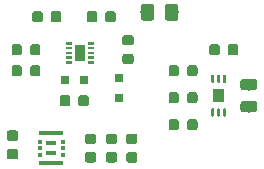
<source format=gtp>
G04 #@! TF.GenerationSoftware,KiCad,Pcbnew,(5.1.2)-1*
G04 #@! TF.CreationDate,2019-07-15T17:46:34-04:00*
G04 #@! TF.ProjectId,Charger Prototype,43686172-6765-4722-9050-726f746f7479,v1.0*
G04 #@! TF.SameCoordinates,Original*
G04 #@! TF.FileFunction,Paste,Top*
G04 #@! TF.FilePolarity,Positive*
%FSLAX46Y46*%
G04 Gerber Fmt 4.6, Leading zero omitted, Abs format (unit mm)*
G04 Created by KiCad (PCBNEW (5.1.2)-1) date 2019-07-15 17:46:34*
%MOMM*%
%LPD*%
G04 APERTURE LIST*
%ADD10C,0.100000*%
%ADD11C,0.850000*%
%ADD12C,0.200000*%
%ADD13R,2.050000X0.325000*%
%ADD14R,0.900000X0.400000*%
%ADD15R,0.300000X0.300000*%
%ADD16C,0.875000*%
%ADD17R,0.800000X0.800000*%
%ADD18C,1.150000*%
%ADD19C,0.975000*%
%ADD20C,0.945000*%
%ADD21C,0.250000*%
G04 APERTURE END LIST*
D10*
G36*
X114434966Y-90242192D02*
G01*
X114438844Y-90242768D01*
X114442647Y-90243720D01*
X114446338Y-90245041D01*
X114449882Y-90246717D01*
X114453245Y-90248733D01*
X114456394Y-90251068D01*
X114459299Y-90253701D01*
X114461932Y-90256606D01*
X114464267Y-90259755D01*
X114466283Y-90263118D01*
X114467959Y-90266662D01*
X114469280Y-90270353D01*
X114470232Y-90274156D01*
X114470808Y-90278034D01*
X114471000Y-90281950D01*
X114471000Y-91582050D01*
X114470808Y-91585966D01*
X114470232Y-91589844D01*
X114469280Y-91593647D01*
X114467959Y-91597338D01*
X114466283Y-91600882D01*
X114464267Y-91604245D01*
X114461932Y-91607394D01*
X114459299Y-91610299D01*
X114456394Y-91612932D01*
X114453245Y-91615267D01*
X114449882Y-91617283D01*
X114446338Y-91618959D01*
X114442647Y-91620280D01*
X114438844Y-91621232D01*
X114434966Y-91621808D01*
X114431050Y-91622000D01*
X113660950Y-91622000D01*
X113657034Y-91621808D01*
X113653156Y-91621232D01*
X113649353Y-91620280D01*
X113645662Y-91618959D01*
X113642118Y-91617283D01*
X113638755Y-91615267D01*
X113635606Y-91612932D01*
X113632701Y-91610299D01*
X113630068Y-91607394D01*
X113627733Y-91604245D01*
X113625717Y-91600882D01*
X113624041Y-91597338D01*
X113622720Y-91593647D01*
X113621768Y-91589844D01*
X113621192Y-91585966D01*
X113621000Y-91582050D01*
X113621000Y-90281950D01*
X113621192Y-90278034D01*
X113621768Y-90274156D01*
X113622720Y-90270353D01*
X113624041Y-90266662D01*
X113625717Y-90263118D01*
X113627733Y-90259755D01*
X113630068Y-90256606D01*
X113632701Y-90253701D01*
X113635606Y-90251068D01*
X113638755Y-90248733D01*
X113642118Y-90246717D01*
X113645662Y-90245041D01*
X113649353Y-90243720D01*
X113653156Y-90242768D01*
X113657034Y-90242192D01*
X113660950Y-90242000D01*
X114431050Y-90242000D01*
X114434966Y-90242192D01*
X114434966Y-90242192D01*
G37*
D11*
X114046000Y-90932000D03*
D10*
G36*
X115234815Y-90032060D02*
G01*
X115236019Y-90032238D01*
X115237200Y-90032534D01*
X115238345Y-90032944D01*
X115239445Y-90033464D01*
X115240489Y-90034090D01*
X115241466Y-90034815D01*
X115242368Y-90035632D01*
X115243185Y-90036534D01*
X115243910Y-90037511D01*
X115244536Y-90038555D01*
X115245056Y-90039655D01*
X115245466Y-90040800D01*
X115245762Y-90041981D01*
X115245940Y-90043185D01*
X115246000Y-90044400D01*
X115246000Y-90219600D01*
X115245940Y-90220815D01*
X115245762Y-90222019D01*
X115245466Y-90223200D01*
X115245056Y-90224345D01*
X115244536Y-90225445D01*
X115243910Y-90226489D01*
X115243185Y-90227466D01*
X115242368Y-90228368D01*
X115241466Y-90229185D01*
X115240489Y-90229910D01*
X115239445Y-90230536D01*
X115238345Y-90231056D01*
X115237200Y-90231466D01*
X115236019Y-90231762D01*
X115234815Y-90231940D01*
X115233600Y-90232000D01*
X114758400Y-90232000D01*
X114757185Y-90231940D01*
X114755981Y-90231762D01*
X114754800Y-90231466D01*
X114753655Y-90231056D01*
X114752555Y-90230536D01*
X114751511Y-90229910D01*
X114750534Y-90229185D01*
X114749632Y-90228368D01*
X114748815Y-90227466D01*
X114748090Y-90226489D01*
X114747464Y-90225445D01*
X114746944Y-90224345D01*
X114746534Y-90223200D01*
X114746238Y-90222019D01*
X114746060Y-90220815D01*
X114746000Y-90219600D01*
X114746000Y-90044400D01*
X114746060Y-90043185D01*
X114746238Y-90041981D01*
X114746534Y-90040800D01*
X114746944Y-90039655D01*
X114747464Y-90038555D01*
X114748090Y-90037511D01*
X114748815Y-90036534D01*
X114749632Y-90035632D01*
X114750534Y-90034815D01*
X114751511Y-90034090D01*
X114752555Y-90033464D01*
X114753655Y-90032944D01*
X114754800Y-90032534D01*
X114755981Y-90032238D01*
X114757185Y-90032060D01*
X114758400Y-90032000D01*
X115233600Y-90032000D01*
X115234815Y-90032060D01*
X115234815Y-90032060D01*
G37*
D12*
X114996000Y-90132000D03*
D10*
G36*
X115234815Y-90432060D02*
G01*
X115236019Y-90432238D01*
X115237200Y-90432534D01*
X115238345Y-90432944D01*
X115239445Y-90433464D01*
X115240489Y-90434090D01*
X115241466Y-90434815D01*
X115242368Y-90435632D01*
X115243185Y-90436534D01*
X115243910Y-90437511D01*
X115244536Y-90438555D01*
X115245056Y-90439655D01*
X115245466Y-90440800D01*
X115245762Y-90441981D01*
X115245940Y-90443185D01*
X115246000Y-90444400D01*
X115246000Y-90619600D01*
X115245940Y-90620815D01*
X115245762Y-90622019D01*
X115245466Y-90623200D01*
X115245056Y-90624345D01*
X115244536Y-90625445D01*
X115243910Y-90626489D01*
X115243185Y-90627466D01*
X115242368Y-90628368D01*
X115241466Y-90629185D01*
X115240489Y-90629910D01*
X115239445Y-90630536D01*
X115238345Y-90631056D01*
X115237200Y-90631466D01*
X115236019Y-90631762D01*
X115234815Y-90631940D01*
X115233600Y-90632000D01*
X114758400Y-90632000D01*
X114757185Y-90631940D01*
X114755981Y-90631762D01*
X114754800Y-90631466D01*
X114753655Y-90631056D01*
X114752555Y-90630536D01*
X114751511Y-90629910D01*
X114750534Y-90629185D01*
X114749632Y-90628368D01*
X114748815Y-90627466D01*
X114748090Y-90626489D01*
X114747464Y-90625445D01*
X114746944Y-90624345D01*
X114746534Y-90623200D01*
X114746238Y-90622019D01*
X114746060Y-90620815D01*
X114746000Y-90619600D01*
X114746000Y-90444400D01*
X114746060Y-90443185D01*
X114746238Y-90441981D01*
X114746534Y-90440800D01*
X114746944Y-90439655D01*
X114747464Y-90438555D01*
X114748090Y-90437511D01*
X114748815Y-90436534D01*
X114749632Y-90435632D01*
X114750534Y-90434815D01*
X114751511Y-90434090D01*
X114752555Y-90433464D01*
X114753655Y-90432944D01*
X114754800Y-90432534D01*
X114755981Y-90432238D01*
X114757185Y-90432060D01*
X114758400Y-90432000D01*
X115233600Y-90432000D01*
X115234815Y-90432060D01*
X115234815Y-90432060D01*
G37*
D12*
X114996000Y-90532000D03*
D10*
G36*
X115234815Y-90832060D02*
G01*
X115236019Y-90832238D01*
X115237200Y-90832534D01*
X115238345Y-90832944D01*
X115239445Y-90833464D01*
X115240489Y-90834090D01*
X115241466Y-90834815D01*
X115242368Y-90835632D01*
X115243185Y-90836534D01*
X115243910Y-90837511D01*
X115244536Y-90838555D01*
X115245056Y-90839655D01*
X115245466Y-90840800D01*
X115245762Y-90841981D01*
X115245940Y-90843185D01*
X115246000Y-90844400D01*
X115246000Y-91019600D01*
X115245940Y-91020815D01*
X115245762Y-91022019D01*
X115245466Y-91023200D01*
X115245056Y-91024345D01*
X115244536Y-91025445D01*
X115243910Y-91026489D01*
X115243185Y-91027466D01*
X115242368Y-91028368D01*
X115241466Y-91029185D01*
X115240489Y-91029910D01*
X115239445Y-91030536D01*
X115238345Y-91031056D01*
X115237200Y-91031466D01*
X115236019Y-91031762D01*
X115234815Y-91031940D01*
X115233600Y-91032000D01*
X114758400Y-91032000D01*
X114757185Y-91031940D01*
X114755981Y-91031762D01*
X114754800Y-91031466D01*
X114753655Y-91031056D01*
X114752555Y-91030536D01*
X114751511Y-91029910D01*
X114750534Y-91029185D01*
X114749632Y-91028368D01*
X114748815Y-91027466D01*
X114748090Y-91026489D01*
X114747464Y-91025445D01*
X114746944Y-91024345D01*
X114746534Y-91023200D01*
X114746238Y-91022019D01*
X114746060Y-91020815D01*
X114746000Y-91019600D01*
X114746000Y-90844400D01*
X114746060Y-90843185D01*
X114746238Y-90841981D01*
X114746534Y-90840800D01*
X114746944Y-90839655D01*
X114747464Y-90838555D01*
X114748090Y-90837511D01*
X114748815Y-90836534D01*
X114749632Y-90835632D01*
X114750534Y-90834815D01*
X114751511Y-90834090D01*
X114752555Y-90833464D01*
X114753655Y-90832944D01*
X114754800Y-90832534D01*
X114755981Y-90832238D01*
X114757185Y-90832060D01*
X114758400Y-90832000D01*
X115233600Y-90832000D01*
X115234815Y-90832060D01*
X115234815Y-90832060D01*
G37*
D12*
X114996000Y-90932000D03*
D10*
G36*
X115234815Y-91232060D02*
G01*
X115236019Y-91232238D01*
X115237200Y-91232534D01*
X115238345Y-91232944D01*
X115239445Y-91233464D01*
X115240489Y-91234090D01*
X115241466Y-91234815D01*
X115242368Y-91235632D01*
X115243185Y-91236534D01*
X115243910Y-91237511D01*
X115244536Y-91238555D01*
X115245056Y-91239655D01*
X115245466Y-91240800D01*
X115245762Y-91241981D01*
X115245940Y-91243185D01*
X115246000Y-91244400D01*
X115246000Y-91419600D01*
X115245940Y-91420815D01*
X115245762Y-91422019D01*
X115245466Y-91423200D01*
X115245056Y-91424345D01*
X115244536Y-91425445D01*
X115243910Y-91426489D01*
X115243185Y-91427466D01*
X115242368Y-91428368D01*
X115241466Y-91429185D01*
X115240489Y-91429910D01*
X115239445Y-91430536D01*
X115238345Y-91431056D01*
X115237200Y-91431466D01*
X115236019Y-91431762D01*
X115234815Y-91431940D01*
X115233600Y-91432000D01*
X114758400Y-91432000D01*
X114757185Y-91431940D01*
X114755981Y-91431762D01*
X114754800Y-91431466D01*
X114753655Y-91431056D01*
X114752555Y-91430536D01*
X114751511Y-91429910D01*
X114750534Y-91429185D01*
X114749632Y-91428368D01*
X114748815Y-91427466D01*
X114748090Y-91426489D01*
X114747464Y-91425445D01*
X114746944Y-91424345D01*
X114746534Y-91423200D01*
X114746238Y-91422019D01*
X114746060Y-91420815D01*
X114746000Y-91419600D01*
X114746000Y-91244400D01*
X114746060Y-91243185D01*
X114746238Y-91241981D01*
X114746534Y-91240800D01*
X114746944Y-91239655D01*
X114747464Y-91238555D01*
X114748090Y-91237511D01*
X114748815Y-91236534D01*
X114749632Y-91235632D01*
X114750534Y-91234815D01*
X114751511Y-91234090D01*
X114752555Y-91233464D01*
X114753655Y-91232944D01*
X114754800Y-91232534D01*
X114755981Y-91232238D01*
X114757185Y-91232060D01*
X114758400Y-91232000D01*
X115233600Y-91232000D01*
X115234815Y-91232060D01*
X115234815Y-91232060D01*
G37*
D12*
X114996000Y-91332000D03*
D10*
G36*
X115234815Y-91632060D02*
G01*
X115236019Y-91632238D01*
X115237200Y-91632534D01*
X115238345Y-91632944D01*
X115239445Y-91633464D01*
X115240489Y-91634090D01*
X115241466Y-91634815D01*
X115242368Y-91635632D01*
X115243185Y-91636534D01*
X115243910Y-91637511D01*
X115244536Y-91638555D01*
X115245056Y-91639655D01*
X115245466Y-91640800D01*
X115245762Y-91641981D01*
X115245940Y-91643185D01*
X115246000Y-91644400D01*
X115246000Y-91819600D01*
X115245940Y-91820815D01*
X115245762Y-91822019D01*
X115245466Y-91823200D01*
X115245056Y-91824345D01*
X115244536Y-91825445D01*
X115243910Y-91826489D01*
X115243185Y-91827466D01*
X115242368Y-91828368D01*
X115241466Y-91829185D01*
X115240489Y-91829910D01*
X115239445Y-91830536D01*
X115238345Y-91831056D01*
X115237200Y-91831466D01*
X115236019Y-91831762D01*
X115234815Y-91831940D01*
X115233600Y-91832000D01*
X114758400Y-91832000D01*
X114757185Y-91831940D01*
X114755981Y-91831762D01*
X114754800Y-91831466D01*
X114753655Y-91831056D01*
X114752555Y-91830536D01*
X114751511Y-91829910D01*
X114750534Y-91829185D01*
X114749632Y-91828368D01*
X114748815Y-91827466D01*
X114748090Y-91826489D01*
X114747464Y-91825445D01*
X114746944Y-91824345D01*
X114746534Y-91823200D01*
X114746238Y-91822019D01*
X114746060Y-91820815D01*
X114746000Y-91819600D01*
X114746000Y-91644400D01*
X114746060Y-91643185D01*
X114746238Y-91641981D01*
X114746534Y-91640800D01*
X114746944Y-91639655D01*
X114747464Y-91638555D01*
X114748090Y-91637511D01*
X114748815Y-91636534D01*
X114749632Y-91635632D01*
X114750534Y-91634815D01*
X114751511Y-91634090D01*
X114752555Y-91633464D01*
X114753655Y-91632944D01*
X114754800Y-91632534D01*
X114755981Y-91632238D01*
X114757185Y-91632060D01*
X114758400Y-91632000D01*
X115233600Y-91632000D01*
X115234815Y-91632060D01*
X115234815Y-91632060D01*
G37*
D12*
X114996000Y-91732000D03*
D10*
G36*
X113334815Y-91632060D02*
G01*
X113336019Y-91632238D01*
X113337200Y-91632534D01*
X113338345Y-91632944D01*
X113339445Y-91633464D01*
X113340489Y-91634090D01*
X113341466Y-91634815D01*
X113342368Y-91635632D01*
X113343185Y-91636534D01*
X113343910Y-91637511D01*
X113344536Y-91638555D01*
X113345056Y-91639655D01*
X113345466Y-91640800D01*
X113345762Y-91641981D01*
X113345940Y-91643185D01*
X113346000Y-91644400D01*
X113346000Y-91819600D01*
X113345940Y-91820815D01*
X113345762Y-91822019D01*
X113345466Y-91823200D01*
X113345056Y-91824345D01*
X113344536Y-91825445D01*
X113343910Y-91826489D01*
X113343185Y-91827466D01*
X113342368Y-91828368D01*
X113341466Y-91829185D01*
X113340489Y-91829910D01*
X113339445Y-91830536D01*
X113338345Y-91831056D01*
X113337200Y-91831466D01*
X113336019Y-91831762D01*
X113334815Y-91831940D01*
X113333600Y-91832000D01*
X112858400Y-91832000D01*
X112857185Y-91831940D01*
X112855981Y-91831762D01*
X112854800Y-91831466D01*
X112853655Y-91831056D01*
X112852555Y-91830536D01*
X112851511Y-91829910D01*
X112850534Y-91829185D01*
X112849632Y-91828368D01*
X112848815Y-91827466D01*
X112848090Y-91826489D01*
X112847464Y-91825445D01*
X112846944Y-91824345D01*
X112846534Y-91823200D01*
X112846238Y-91822019D01*
X112846060Y-91820815D01*
X112846000Y-91819600D01*
X112846000Y-91644400D01*
X112846060Y-91643185D01*
X112846238Y-91641981D01*
X112846534Y-91640800D01*
X112846944Y-91639655D01*
X112847464Y-91638555D01*
X112848090Y-91637511D01*
X112848815Y-91636534D01*
X112849632Y-91635632D01*
X112850534Y-91634815D01*
X112851511Y-91634090D01*
X112852555Y-91633464D01*
X112853655Y-91632944D01*
X112854800Y-91632534D01*
X112855981Y-91632238D01*
X112857185Y-91632060D01*
X112858400Y-91632000D01*
X113333600Y-91632000D01*
X113334815Y-91632060D01*
X113334815Y-91632060D01*
G37*
D12*
X113096000Y-91732000D03*
D10*
G36*
X113334815Y-91232060D02*
G01*
X113336019Y-91232238D01*
X113337200Y-91232534D01*
X113338345Y-91232944D01*
X113339445Y-91233464D01*
X113340489Y-91234090D01*
X113341466Y-91234815D01*
X113342368Y-91235632D01*
X113343185Y-91236534D01*
X113343910Y-91237511D01*
X113344536Y-91238555D01*
X113345056Y-91239655D01*
X113345466Y-91240800D01*
X113345762Y-91241981D01*
X113345940Y-91243185D01*
X113346000Y-91244400D01*
X113346000Y-91419600D01*
X113345940Y-91420815D01*
X113345762Y-91422019D01*
X113345466Y-91423200D01*
X113345056Y-91424345D01*
X113344536Y-91425445D01*
X113343910Y-91426489D01*
X113343185Y-91427466D01*
X113342368Y-91428368D01*
X113341466Y-91429185D01*
X113340489Y-91429910D01*
X113339445Y-91430536D01*
X113338345Y-91431056D01*
X113337200Y-91431466D01*
X113336019Y-91431762D01*
X113334815Y-91431940D01*
X113333600Y-91432000D01*
X112858400Y-91432000D01*
X112857185Y-91431940D01*
X112855981Y-91431762D01*
X112854800Y-91431466D01*
X112853655Y-91431056D01*
X112852555Y-91430536D01*
X112851511Y-91429910D01*
X112850534Y-91429185D01*
X112849632Y-91428368D01*
X112848815Y-91427466D01*
X112848090Y-91426489D01*
X112847464Y-91425445D01*
X112846944Y-91424345D01*
X112846534Y-91423200D01*
X112846238Y-91422019D01*
X112846060Y-91420815D01*
X112846000Y-91419600D01*
X112846000Y-91244400D01*
X112846060Y-91243185D01*
X112846238Y-91241981D01*
X112846534Y-91240800D01*
X112846944Y-91239655D01*
X112847464Y-91238555D01*
X112848090Y-91237511D01*
X112848815Y-91236534D01*
X112849632Y-91235632D01*
X112850534Y-91234815D01*
X112851511Y-91234090D01*
X112852555Y-91233464D01*
X112853655Y-91232944D01*
X112854800Y-91232534D01*
X112855981Y-91232238D01*
X112857185Y-91232060D01*
X112858400Y-91232000D01*
X113333600Y-91232000D01*
X113334815Y-91232060D01*
X113334815Y-91232060D01*
G37*
D12*
X113096000Y-91332000D03*
D10*
G36*
X113334815Y-90832060D02*
G01*
X113336019Y-90832238D01*
X113337200Y-90832534D01*
X113338345Y-90832944D01*
X113339445Y-90833464D01*
X113340489Y-90834090D01*
X113341466Y-90834815D01*
X113342368Y-90835632D01*
X113343185Y-90836534D01*
X113343910Y-90837511D01*
X113344536Y-90838555D01*
X113345056Y-90839655D01*
X113345466Y-90840800D01*
X113345762Y-90841981D01*
X113345940Y-90843185D01*
X113346000Y-90844400D01*
X113346000Y-91019600D01*
X113345940Y-91020815D01*
X113345762Y-91022019D01*
X113345466Y-91023200D01*
X113345056Y-91024345D01*
X113344536Y-91025445D01*
X113343910Y-91026489D01*
X113343185Y-91027466D01*
X113342368Y-91028368D01*
X113341466Y-91029185D01*
X113340489Y-91029910D01*
X113339445Y-91030536D01*
X113338345Y-91031056D01*
X113337200Y-91031466D01*
X113336019Y-91031762D01*
X113334815Y-91031940D01*
X113333600Y-91032000D01*
X112858400Y-91032000D01*
X112857185Y-91031940D01*
X112855981Y-91031762D01*
X112854800Y-91031466D01*
X112853655Y-91031056D01*
X112852555Y-91030536D01*
X112851511Y-91029910D01*
X112850534Y-91029185D01*
X112849632Y-91028368D01*
X112848815Y-91027466D01*
X112848090Y-91026489D01*
X112847464Y-91025445D01*
X112846944Y-91024345D01*
X112846534Y-91023200D01*
X112846238Y-91022019D01*
X112846060Y-91020815D01*
X112846000Y-91019600D01*
X112846000Y-90844400D01*
X112846060Y-90843185D01*
X112846238Y-90841981D01*
X112846534Y-90840800D01*
X112846944Y-90839655D01*
X112847464Y-90838555D01*
X112848090Y-90837511D01*
X112848815Y-90836534D01*
X112849632Y-90835632D01*
X112850534Y-90834815D01*
X112851511Y-90834090D01*
X112852555Y-90833464D01*
X112853655Y-90832944D01*
X112854800Y-90832534D01*
X112855981Y-90832238D01*
X112857185Y-90832060D01*
X112858400Y-90832000D01*
X113333600Y-90832000D01*
X113334815Y-90832060D01*
X113334815Y-90832060D01*
G37*
D12*
X113096000Y-90932000D03*
D10*
G36*
X113334815Y-90432060D02*
G01*
X113336019Y-90432238D01*
X113337200Y-90432534D01*
X113338345Y-90432944D01*
X113339445Y-90433464D01*
X113340489Y-90434090D01*
X113341466Y-90434815D01*
X113342368Y-90435632D01*
X113343185Y-90436534D01*
X113343910Y-90437511D01*
X113344536Y-90438555D01*
X113345056Y-90439655D01*
X113345466Y-90440800D01*
X113345762Y-90441981D01*
X113345940Y-90443185D01*
X113346000Y-90444400D01*
X113346000Y-90619600D01*
X113345940Y-90620815D01*
X113345762Y-90622019D01*
X113345466Y-90623200D01*
X113345056Y-90624345D01*
X113344536Y-90625445D01*
X113343910Y-90626489D01*
X113343185Y-90627466D01*
X113342368Y-90628368D01*
X113341466Y-90629185D01*
X113340489Y-90629910D01*
X113339445Y-90630536D01*
X113338345Y-90631056D01*
X113337200Y-90631466D01*
X113336019Y-90631762D01*
X113334815Y-90631940D01*
X113333600Y-90632000D01*
X112858400Y-90632000D01*
X112857185Y-90631940D01*
X112855981Y-90631762D01*
X112854800Y-90631466D01*
X112853655Y-90631056D01*
X112852555Y-90630536D01*
X112851511Y-90629910D01*
X112850534Y-90629185D01*
X112849632Y-90628368D01*
X112848815Y-90627466D01*
X112848090Y-90626489D01*
X112847464Y-90625445D01*
X112846944Y-90624345D01*
X112846534Y-90623200D01*
X112846238Y-90622019D01*
X112846060Y-90620815D01*
X112846000Y-90619600D01*
X112846000Y-90444400D01*
X112846060Y-90443185D01*
X112846238Y-90441981D01*
X112846534Y-90440800D01*
X112846944Y-90439655D01*
X112847464Y-90438555D01*
X112848090Y-90437511D01*
X112848815Y-90436534D01*
X112849632Y-90435632D01*
X112850534Y-90434815D01*
X112851511Y-90434090D01*
X112852555Y-90433464D01*
X112853655Y-90432944D01*
X112854800Y-90432534D01*
X112855981Y-90432238D01*
X112857185Y-90432060D01*
X112858400Y-90432000D01*
X113333600Y-90432000D01*
X113334815Y-90432060D01*
X113334815Y-90432060D01*
G37*
D12*
X113096000Y-90532000D03*
D10*
G36*
X113334815Y-90032060D02*
G01*
X113336019Y-90032238D01*
X113337200Y-90032534D01*
X113338345Y-90032944D01*
X113339445Y-90033464D01*
X113340489Y-90034090D01*
X113341466Y-90034815D01*
X113342368Y-90035632D01*
X113343185Y-90036534D01*
X113343910Y-90037511D01*
X113344536Y-90038555D01*
X113345056Y-90039655D01*
X113345466Y-90040800D01*
X113345762Y-90041981D01*
X113345940Y-90043185D01*
X113346000Y-90044400D01*
X113346000Y-90219600D01*
X113345940Y-90220815D01*
X113345762Y-90222019D01*
X113345466Y-90223200D01*
X113345056Y-90224345D01*
X113344536Y-90225445D01*
X113343910Y-90226489D01*
X113343185Y-90227466D01*
X113342368Y-90228368D01*
X113341466Y-90229185D01*
X113340489Y-90229910D01*
X113339445Y-90230536D01*
X113338345Y-90231056D01*
X113337200Y-90231466D01*
X113336019Y-90231762D01*
X113334815Y-90231940D01*
X113333600Y-90232000D01*
X112858400Y-90232000D01*
X112857185Y-90231940D01*
X112855981Y-90231762D01*
X112854800Y-90231466D01*
X112853655Y-90231056D01*
X112852555Y-90230536D01*
X112851511Y-90229910D01*
X112850534Y-90229185D01*
X112849632Y-90228368D01*
X112848815Y-90227466D01*
X112848090Y-90226489D01*
X112847464Y-90225445D01*
X112846944Y-90224345D01*
X112846534Y-90223200D01*
X112846238Y-90222019D01*
X112846060Y-90220815D01*
X112846000Y-90219600D01*
X112846000Y-90044400D01*
X112846060Y-90043185D01*
X112846238Y-90041981D01*
X112846534Y-90040800D01*
X112846944Y-90039655D01*
X112847464Y-90038555D01*
X112848090Y-90037511D01*
X112848815Y-90036534D01*
X112849632Y-90035632D01*
X112850534Y-90034815D01*
X112851511Y-90034090D01*
X112852555Y-90033464D01*
X112853655Y-90032944D01*
X112854800Y-90032534D01*
X112855981Y-90032238D01*
X112857185Y-90032060D01*
X112858400Y-90032000D01*
X113333600Y-90032000D01*
X113334815Y-90032060D01*
X113334815Y-90032060D01*
G37*
D12*
X113096000Y-90132000D03*
D13*
X111633000Y-97734000D03*
X111633000Y-100259000D03*
D14*
X111633000Y-98546500D03*
X111633000Y-99446500D03*
D15*
X112583000Y-98446500D03*
X112583000Y-98996500D03*
X110683000Y-99546500D03*
X110683000Y-98446500D03*
X110683000Y-98996500D03*
X112583000Y-99546500D03*
D10*
G36*
X125665191Y-90204053D02*
G01*
X125686426Y-90207203D01*
X125707250Y-90212419D01*
X125727462Y-90219651D01*
X125746868Y-90228830D01*
X125765281Y-90239866D01*
X125782524Y-90252654D01*
X125798430Y-90267070D01*
X125812846Y-90282976D01*
X125825634Y-90300219D01*
X125836670Y-90318632D01*
X125845849Y-90338038D01*
X125853081Y-90358250D01*
X125858297Y-90379074D01*
X125861447Y-90400309D01*
X125862500Y-90421750D01*
X125862500Y-90934250D01*
X125861447Y-90955691D01*
X125858297Y-90976926D01*
X125853081Y-90997750D01*
X125845849Y-91017962D01*
X125836670Y-91037368D01*
X125825634Y-91055781D01*
X125812846Y-91073024D01*
X125798430Y-91088930D01*
X125782524Y-91103346D01*
X125765281Y-91116134D01*
X125746868Y-91127170D01*
X125727462Y-91136349D01*
X125707250Y-91143581D01*
X125686426Y-91148797D01*
X125665191Y-91151947D01*
X125643750Y-91153000D01*
X125206250Y-91153000D01*
X125184809Y-91151947D01*
X125163574Y-91148797D01*
X125142750Y-91143581D01*
X125122538Y-91136349D01*
X125103132Y-91127170D01*
X125084719Y-91116134D01*
X125067476Y-91103346D01*
X125051570Y-91088930D01*
X125037154Y-91073024D01*
X125024366Y-91055781D01*
X125013330Y-91037368D01*
X125004151Y-91017962D01*
X124996919Y-90997750D01*
X124991703Y-90976926D01*
X124988553Y-90955691D01*
X124987500Y-90934250D01*
X124987500Y-90421750D01*
X124988553Y-90400309D01*
X124991703Y-90379074D01*
X124996919Y-90358250D01*
X125004151Y-90338038D01*
X125013330Y-90318632D01*
X125024366Y-90300219D01*
X125037154Y-90282976D01*
X125051570Y-90267070D01*
X125067476Y-90252654D01*
X125084719Y-90239866D01*
X125103132Y-90228830D01*
X125122538Y-90219651D01*
X125142750Y-90212419D01*
X125163574Y-90207203D01*
X125184809Y-90204053D01*
X125206250Y-90203000D01*
X125643750Y-90203000D01*
X125665191Y-90204053D01*
X125665191Y-90204053D01*
G37*
D16*
X125425000Y-90678000D03*
D10*
G36*
X127240191Y-90204053D02*
G01*
X127261426Y-90207203D01*
X127282250Y-90212419D01*
X127302462Y-90219651D01*
X127321868Y-90228830D01*
X127340281Y-90239866D01*
X127357524Y-90252654D01*
X127373430Y-90267070D01*
X127387846Y-90282976D01*
X127400634Y-90300219D01*
X127411670Y-90318632D01*
X127420849Y-90338038D01*
X127428081Y-90358250D01*
X127433297Y-90379074D01*
X127436447Y-90400309D01*
X127437500Y-90421750D01*
X127437500Y-90934250D01*
X127436447Y-90955691D01*
X127433297Y-90976926D01*
X127428081Y-90997750D01*
X127420849Y-91017962D01*
X127411670Y-91037368D01*
X127400634Y-91055781D01*
X127387846Y-91073024D01*
X127373430Y-91088930D01*
X127357524Y-91103346D01*
X127340281Y-91116134D01*
X127321868Y-91127170D01*
X127302462Y-91136349D01*
X127282250Y-91143581D01*
X127261426Y-91148797D01*
X127240191Y-91151947D01*
X127218750Y-91153000D01*
X126781250Y-91153000D01*
X126759809Y-91151947D01*
X126738574Y-91148797D01*
X126717750Y-91143581D01*
X126697538Y-91136349D01*
X126678132Y-91127170D01*
X126659719Y-91116134D01*
X126642476Y-91103346D01*
X126626570Y-91088930D01*
X126612154Y-91073024D01*
X126599366Y-91055781D01*
X126588330Y-91037368D01*
X126579151Y-91017962D01*
X126571919Y-90997750D01*
X126566703Y-90976926D01*
X126563553Y-90955691D01*
X126562500Y-90934250D01*
X126562500Y-90421750D01*
X126563553Y-90400309D01*
X126566703Y-90379074D01*
X126571919Y-90358250D01*
X126579151Y-90338038D01*
X126588330Y-90318632D01*
X126599366Y-90300219D01*
X126612154Y-90282976D01*
X126626570Y-90267070D01*
X126642476Y-90252654D01*
X126659719Y-90239866D01*
X126678132Y-90228830D01*
X126697538Y-90219651D01*
X126717750Y-90212419D01*
X126738574Y-90207203D01*
X126759809Y-90204053D01*
X126781250Y-90203000D01*
X127218750Y-90203000D01*
X127240191Y-90204053D01*
X127240191Y-90204053D01*
G37*
D16*
X127000000Y-90678000D03*
D10*
G36*
X108608691Y-97493053D02*
G01*
X108629926Y-97496203D01*
X108650750Y-97501419D01*
X108670962Y-97508651D01*
X108690368Y-97517830D01*
X108708781Y-97528866D01*
X108726024Y-97541654D01*
X108741930Y-97556070D01*
X108756346Y-97571976D01*
X108769134Y-97589219D01*
X108780170Y-97607632D01*
X108789349Y-97627038D01*
X108796581Y-97647250D01*
X108801797Y-97668074D01*
X108804947Y-97689309D01*
X108806000Y-97710750D01*
X108806000Y-98148250D01*
X108804947Y-98169691D01*
X108801797Y-98190926D01*
X108796581Y-98211750D01*
X108789349Y-98231962D01*
X108780170Y-98251368D01*
X108769134Y-98269781D01*
X108756346Y-98287024D01*
X108741930Y-98302930D01*
X108726024Y-98317346D01*
X108708781Y-98330134D01*
X108690368Y-98341170D01*
X108670962Y-98350349D01*
X108650750Y-98357581D01*
X108629926Y-98362797D01*
X108608691Y-98365947D01*
X108587250Y-98367000D01*
X108074750Y-98367000D01*
X108053309Y-98365947D01*
X108032074Y-98362797D01*
X108011250Y-98357581D01*
X107991038Y-98350349D01*
X107971632Y-98341170D01*
X107953219Y-98330134D01*
X107935976Y-98317346D01*
X107920070Y-98302930D01*
X107905654Y-98287024D01*
X107892866Y-98269781D01*
X107881830Y-98251368D01*
X107872651Y-98231962D01*
X107865419Y-98211750D01*
X107860203Y-98190926D01*
X107857053Y-98169691D01*
X107856000Y-98148250D01*
X107856000Y-97710750D01*
X107857053Y-97689309D01*
X107860203Y-97668074D01*
X107865419Y-97647250D01*
X107872651Y-97627038D01*
X107881830Y-97607632D01*
X107892866Y-97589219D01*
X107905654Y-97571976D01*
X107920070Y-97556070D01*
X107935976Y-97541654D01*
X107953219Y-97528866D01*
X107971632Y-97517830D01*
X107991038Y-97508651D01*
X108011250Y-97501419D01*
X108032074Y-97496203D01*
X108053309Y-97493053D01*
X108074750Y-97492000D01*
X108587250Y-97492000D01*
X108608691Y-97493053D01*
X108608691Y-97493053D01*
G37*
D16*
X108331000Y-97929500D03*
D10*
G36*
X108608691Y-99068053D02*
G01*
X108629926Y-99071203D01*
X108650750Y-99076419D01*
X108670962Y-99083651D01*
X108690368Y-99092830D01*
X108708781Y-99103866D01*
X108726024Y-99116654D01*
X108741930Y-99131070D01*
X108756346Y-99146976D01*
X108769134Y-99164219D01*
X108780170Y-99182632D01*
X108789349Y-99202038D01*
X108796581Y-99222250D01*
X108801797Y-99243074D01*
X108804947Y-99264309D01*
X108806000Y-99285750D01*
X108806000Y-99723250D01*
X108804947Y-99744691D01*
X108801797Y-99765926D01*
X108796581Y-99786750D01*
X108789349Y-99806962D01*
X108780170Y-99826368D01*
X108769134Y-99844781D01*
X108756346Y-99862024D01*
X108741930Y-99877930D01*
X108726024Y-99892346D01*
X108708781Y-99905134D01*
X108690368Y-99916170D01*
X108670962Y-99925349D01*
X108650750Y-99932581D01*
X108629926Y-99937797D01*
X108608691Y-99940947D01*
X108587250Y-99942000D01*
X108074750Y-99942000D01*
X108053309Y-99940947D01*
X108032074Y-99937797D01*
X108011250Y-99932581D01*
X107991038Y-99925349D01*
X107971632Y-99916170D01*
X107953219Y-99905134D01*
X107935976Y-99892346D01*
X107920070Y-99877930D01*
X107905654Y-99862024D01*
X107892866Y-99844781D01*
X107881830Y-99826368D01*
X107872651Y-99806962D01*
X107865419Y-99786750D01*
X107860203Y-99765926D01*
X107857053Y-99744691D01*
X107856000Y-99723250D01*
X107856000Y-99285750D01*
X107857053Y-99264309D01*
X107860203Y-99243074D01*
X107865419Y-99222250D01*
X107872651Y-99202038D01*
X107881830Y-99182632D01*
X107892866Y-99164219D01*
X107905654Y-99146976D01*
X107920070Y-99131070D01*
X107935976Y-99116654D01*
X107953219Y-99103866D01*
X107971632Y-99092830D01*
X107991038Y-99083651D01*
X108011250Y-99076419D01*
X108032074Y-99071203D01*
X108053309Y-99068053D01*
X108074750Y-99067000D01*
X108587250Y-99067000D01*
X108608691Y-99068053D01*
X108608691Y-99068053D01*
G37*
D16*
X108331000Y-99504500D03*
D10*
G36*
X112254191Y-87410053D02*
G01*
X112275426Y-87413203D01*
X112296250Y-87418419D01*
X112316462Y-87425651D01*
X112335868Y-87434830D01*
X112354281Y-87445866D01*
X112371524Y-87458654D01*
X112387430Y-87473070D01*
X112401846Y-87488976D01*
X112414634Y-87506219D01*
X112425670Y-87524632D01*
X112434849Y-87544038D01*
X112442081Y-87564250D01*
X112447297Y-87585074D01*
X112450447Y-87606309D01*
X112451500Y-87627750D01*
X112451500Y-88140250D01*
X112450447Y-88161691D01*
X112447297Y-88182926D01*
X112442081Y-88203750D01*
X112434849Y-88223962D01*
X112425670Y-88243368D01*
X112414634Y-88261781D01*
X112401846Y-88279024D01*
X112387430Y-88294930D01*
X112371524Y-88309346D01*
X112354281Y-88322134D01*
X112335868Y-88333170D01*
X112316462Y-88342349D01*
X112296250Y-88349581D01*
X112275426Y-88354797D01*
X112254191Y-88357947D01*
X112232750Y-88359000D01*
X111795250Y-88359000D01*
X111773809Y-88357947D01*
X111752574Y-88354797D01*
X111731750Y-88349581D01*
X111711538Y-88342349D01*
X111692132Y-88333170D01*
X111673719Y-88322134D01*
X111656476Y-88309346D01*
X111640570Y-88294930D01*
X111626154Y-88279024D01*
X111613366Y-88261781D01*
X111602330Y-88243368D01*
X111593151Y-88223962D01*
X111585919Y-88203750D01*
X111580703Y-88182926D01*
X111577553Y-88161691D01*
X111576500Y-88140250D01*
X111576500Y-87627750D01*
X111577553Y-87606309D01*
X111580703Y-87585074D01*
X111585919Y-87564250D01*
X111593151Y-87544038D01*
X111602330Y-87524632D01*
X111613366Y-87506219D01*
X111626154Y-87488976D01*
X111640570Y-87473070D01*
X111656476Y-87458654D01*
X111673719Y-87445866D01*
X111692132Y-87434830D01*
X111711538Y-87425651D01*
X111731750Y-87418419D01*
X111752574Y-87413203D01*
X111773809Y-87410053D01*
X111795250Y-87409000D01*
X112232750Y-87409000D01*
X112254191Y-87410053D01*
X112254191Y-87410053D01*
G37*
D16*
X112014000Y-87884000D03*
D10*
G36*
X110679191Y-87410053D02*
G01*
X110700426Y-87413203D01*
X110721250Y-87418419D01*
X110741462Y-87425651D01*
X110760868Y-87434830D01*
X110779281Y-87445866D01*
X110796524Y-87458654D01*
X110812430Y-87473070D01*
X110826846Y-87488976D01*
X110839634Y-87506219D01*
X110850670Y-87524632D01*
X110859849Y-87544038D01*
X110867081Y-87564250D01*
X110872297Y-87585074D01*
X110875447Y-87606309D01*
X110876500Y-87627750D01*
X110876500Y-88140250D01*
X110875447Y-88161691D01*
X110872297Y-88182926D01*
X110867081Y-88203750D01*
X110859849Y-88223962D01*
X110850670Y-88243368D01*
X110839634Y-88261781D01*
X110826846Y-88279024D01*
X110812430Y-88294930D01*
X110796524Y-88309346D01*
X110779281Y-88322134D01*
X110760868Y-88333170D01*
X110741462Y-88342349D01*
X110721250Y-88349581D01*
X110700426Y-88354797D01*
X110679191Y-88357947D01*
X110657750Y-88359000D01*
X110220250Y-88359000D01*
X110198809Y-88357947D01*
X110177574Y-88354797D01*
X110156750Y-88349581D01*
X110136538Y-88342349D01*
X110117132Y-88333170D01*
X110098719Y-88322134D01*
X110081476Y-88309346D01*
X110065570Y-88294930D01*
X110051154Y-88279024D01*
X110038366Y-88261781D01*
X110027330Y-88243368D01*
X110018151Y-88223962D01*
X110010919Y-88203750D01*
X110005703Y-88182926D01*
X110002553Y-88161691D01*
X110001500Y-88140250D01*
X110001500Y-87627750D01*
X110002553Y-87606309D01*
X110005703Y-87585074D01*
X110010919Y-87564250D01*
X110018151Y-87544038D01*
X110027330Y-87524632D01*
X110038366Y-87506219D01*
X110051154Y-87488976D01*
X110065570Y-87473070D01*
X110081476Y-87458654D01*
X110098719Y-87445866D01*
X110117132Y-87434830D01*
X110136538Y-87425651D01*
X110156750Y-87418419D01*
X110177574Y-87413203D01*
X110198809Y-87410053D01*
X110220250Y-87409000D01*
X110657750Y-87409000D01*
X110679191Y-87410053D01*
X110679191Y-87410053D01*
G37*
D16*
X110439000Y-87884000D03*
D10*
G36*
X115302191Y-87410053D02*
G01*
X115323426Y-87413203D01*
X115344250Y-87418419D01*
X115364462Y-87425651D01*
X115383868Y-87434830D01*
X115402281Y-87445866D01*
X115419524Y-87458654D01*
X115435430Y-87473070D01*
X115449846Y-87488976D01*
X115462634Y-87506219D01*
X115473670Y-87524632D01*
X115482849Y-87544038D01*
X115490081Y-87564250D01*
X115495297Y-87585074D01*
X115498447Y-87606309D01*
X115499500Y-87627750D01*
X115499500Y-88140250D01*
X115498447Y-88161691D01*
X115495297Y-88182926D01*
X115490081Y-88203750D01*
X115482849Y-88223962D01*
X115473670Y-88243368D01*
X115462634Y-88261781D01*
X115449846Y-88279024D01*
X115435430Y-88294930D01*
X115419524Y-88309346D01*
X115402281Y-88322134D01*
X115383868Y-88333170D01*
X115364462Y-88342349D01*
X115344250Y-88349581D01*
X115323426Y-88354797D01*
X115302191Y-88357947D01*
X115280750Y-88359000D01*
X114843250Y-88359000D01*
X114821809Y-88357947D01*
X114800574Y-88354797D01*
X114779750Y-88349581D01*
X114759538Y-88342349D01*
X114740132Y-88333170D01*
X114721719Y-88322134D01*
X114704476Y-88309346D01*
X114688570Y-88294930D01*
X114674154Y-88279024D01*
X114661366Y-88261781D01*
X114650330Y-88243368D01*
X114641151Y-88223962D01*
X114633919Y-88203750D01*
X114628703Y-88182926D01*
X114625553Y-88161691D01*
X114624500Y-88140250D01*
X114624500Y-87627750D01*
X114625553Y-87606309D01*
X114628703Y-87585074D01*
X114633919Y-87564250D01*
X114641151Y-87544038D01*
X114650330Y-87524632D01*
X114661366Y-87506219D01*
X114674154Y-87488976D01*
X114688570Y-87473070D01*
X114704476Y-87458654D01*
X114721719Y-87445866D01*
X114740132Y-87434830D01*
X114759538Y-87425651D01*
X114779750Y-87418419D01*
X114800574Y-87413203D01*
X114821809Y-87410053D01*
X114843250Y-87409000D01*
X115280750Y-87409000D01*
X115302191Y-87410053D01*
X115302191Y-87410053D01*
G37*
D16*
X115062000Y-87884000D03*
D10*
G36*
X116877191Y-87410053D02*
G01*
X116898426Y-87413203D01*
X116919250Y-87418419D01*
X116939462Y-87425651D01*
X116958868Y-87434830D01*
X116977281Y-87445866D01*
X116994524Y-87458654D01*
X117010430Y-87473070D01*
X117024846Y-87488976D01*
X117037634Y-87506219D01*
X117048670Y-87524632D01*
X117057849Y-87544038D01*
X117065081Y-87564250D01*
X117070297Y-87585074D01*
X117073447Y-87606309D01*
X117074500Y-87627750D01*
X117074500Y-88140250D01*
X117073447Y-88161691D01*
X117070297Y-88182926D01*
X117065081Y-88203750D01*
X117057849Y-88223962D01*
X117048670Y-88243368D01*
X117037634Y-88261781D01*
X117024846Y-88279024D01*
X117010430Y-88294930D01*
X116994524Y-88309346D01*
X116977281Y-88322134D01*
X116958868Y-88333170D01*
X116939462Y-88342349D01*
X116919250Y-88349581D01*
X116898426Y-88354797D01*
X116877191Y-88357947D01*
X116855750Y-88359000D01*
X116418250Y-88359000D01*
X116396809Y-88357947D01*
X116375574Y-88354797D01*
X116354750Y-88349581D01*
X116334538Y-88342349D01*
X116315132Y-88333170D01*
X116296719Y-88322134D01*
X116279476Y-88309346D01*
X116263570Y-88294930D01*
X116249154Y-88279024D01*
X116236366Y-88261781D01*
X116225330Y-88243368D01*
X116216151Y-88223962D01*
X116208919Y-88203750D01*
X116203703Y-88182926D01*
X116200553Y-88161691D01*
X116199500Y-88140250D01*
X116199500Y-87627750D01*
X116200553Y-87606309D01*
X116203703Y-87585074D01*
X116208919Y-87564250D01*
X116216151Y-87544038D01*
X116225330Y-87524632D01*
X116236366Y-87506219D01*
X116249154Y-87488976D01*
X116263570Y-87473070D01*
X116279476Y-87458654D01*
X116296719Y-87445866D01*
X116315132Y-87434830D01*
X116334538Y-87425651D01*
X116354750Y-87418419D01*
X116375574Y-87413203D01*
X116396809Y-87410053D01*
X116418250Y-87409000D01*
X116855750Y-87409000D01*
X116877191Y-87410053D01*
X116877191Y-87410053D01*
G37*
D16*
X116637000Y-87884000D03*
D10*
G36*
X115212691Y-97772553D02*
G01*
X115233926Y-97775703D01*
X115254750Y-97780919D01*
X115274962Y-97788151D01*
X115294368Y-97797330D01*
X115312781Y-97808366D01*
X115330024Y-97821154D01*
X115345930Y-97835570D01*
X115360346Y-97851476D01*
X115373134Y-97868719D01*
X115384170Y-97887132D01*
X115393349Y-97906538D01*
X115400581Y-97926750D01*
X115405797Y-97947574D01*
X115408947Y-97968809D01*
X115410000Y-97990250D01*
X115410000Y-98427750D01*
X115408947Y-98449191D01*
X115405797Y-98470426D01*
X115400581Y-98491250D01*
X115393349Y-98511462D01*
X115384170Y-98530868D01*
X115373134Y-98549281D01*
X115360346Y-98566524D01*
X115345930Y-98582430D01*
X115330024Y-98596846D01*
X115312781Y-98609634D01*
X115294368Y-98620670D01*
X115274962Y-98629849D01*
X115254750Y-98637081D01*
X115233926Y-98642297D01*
X115212691Y-98645447D01*
X115191250Y-98646500D01*
X114678750Y-98646500D01*
X114657309Y-98645447D01*
X114636074Y-98642297D01*
X114615250Y-98637081D01*
X114595038Y-98629849D01*
X114575632Y-98620670D01*
X114557219Y-98609634D01*
X114539976Y-98596846D01*
X114524070Y-98582430D01*
X114509654Y-98566524D01*
X114496866Y-98549281D01*
X114485830Y-98530868D01*
X114476651Y-98511462D01*
X114469419Y-98491250D01*
X114464203Y-98470426D01*
X114461053Y-98449191D01*
X114460000Y-98427750D01*
X114460000Y-97990250D01*
X114461053Y-97968809D01*
X114464203Y-97947574D01*
X114469419Y-97926750D01*
X114476651Y-97906538D01*
X114485830Y-97887132D01*
X114496866Y-97868719D01*
X114509654Y-97851476D01*
X114524070Y-97835570D01*
X114539976Y-97821154D01*
X114557219Y-97808366D01*
X114575632Y-97797330D01*
X114595038Y-97788151D01*
X114615250Y-97780919D01*
X114636074Y-97775703D01*
X114657309Y-97772553D01*
X114678750Y-97771500D01*
X115191250Y-97771500D01*
X115212691Y-97772553D01*
X115212691Y-97772553D01*
G37*
D16*
X114935000Y-98209000D03*
D10*
G36*
X115212691Y-99347553D02*
G01*
X115233926Y-99350703D01*
X115254750Y-99355919D01*
X115274962Y-99363151D01*
X115294368Y-99372330D01*
X115312781Y-99383366D01*
X115330024Y-99396154D01*
X115345930Y-99410570D01*
X115360346Y-99426476D01*
X115373134Y-99443719D01*
X115384170Y-99462132D01*
X115393349Y-99481538D01*
X115400581Y-99501750D01*
X115405797Y-99522574D01*
X115408947Y-99543809D01*
X115410000Y-99565250D01*
X115410000Y-100002750D01*
X115408947Y-100024191D01*
X115405797Y-100045426D01*
X115400581Y-100066250D01*
X115393349Y-100086462D01*
X115384170Y-100105868D01*
X115373134Y-100124281D01*
X115360346Y-100141524D01*
X115345930Y-100157430D01*
X115330024Y-100171846D01*
X115312781Y-100184634D01*
X115294368Y-100195670D01*
X115274962Y-100204849D01*
X115254750Y-100212081D01*
X115233926Y-100217297D01*
X115212691Y-100220447D01*
X115191250Y-100221500D01*
X114678750Y-100221500D01*
X114657309Y-100220447D01*
X114636074Y-100217297D01*
X114615250Y-100212081D01*
X114595038Y-100204849D01*
X114575632Y-100195670D01*
X114557219Y-100184634D01*
X114539976Y-100171846D01*
X114524070Y-100157430D01*
X114509654Y-100141524D01*
X114496866Y-100124281D01*
X114485830Y-100105868D01*
X114476651Y-100086462D01*
X114469419Y-100066250D01*
X114464203Y-100045426D01*
X114461053Y-100024191D01*
X114460000Y-100002750D01*
X114460000Y-99565250D01*
X114461053Y-99543809D01*
X114464203Y-99522574D01*
X114469419Y-99501750D01*
X114476651Y-99481538D01*
X114485830Y-99462132D01*
X114496866Y-99443719D01*
X114509654Y-99426476D01*
X114524070Y-99410570D01*
X114539976Y-99396154D01*
X114557219Y-99383366D01*
X114575632Y-99372330D01*
X114595038Y-99363151D01*
X114615250Y-99355919D01*
X114636074Y-99350703D01*
X114657309Y-99347553D01*
X114678750Y-99346500D01*
X115191250Y-99346500D01*
X115212691Y-99347553D01*
X115212691Y-99347553D01*
G37*
D16*
X114935000Y-99784000D03*
D17*
X114426000Y-93218000D03*
X112776000Y-93218000D03*
X117348000Y-94742000D03*
X117348000Y-93092000D03*
D10*
G36*
X108926691Y-90204053D02*
G01*
X108947926Y-90207203D01*
X108968750Y-90212419D01*
X108988962Y-90219651D01*
X109008368Y-90228830D01*
X109026781Y-90239866D01*
X109044024Y-90252654D01*
X109059930Y-90267070D01*
X109074346Y-90282976D01*
X109087134Y-90300219D01*
X109098170Y-90318632D01*
X109107349Y-90338038D01*
X109114581Y-90358250D01*
X109119797Y-90379074D01*
X109122947Y-90400309D01*
X109124000Y-90421750D01*
X109124000Y-90934250D01*
X109122947Y-90955691D01*
X109119797Y-90976926D01*
X109114581Y-90997750D01*
X109107349Y-91017962D01*
X109098170Y-91037368D01*
X109087134Y-91055781D01*
X109074346Y-91073024D01*
X109059930Y-91088930D01*
X109044024Y-91103346D01*
X109026781Y-91116134D01*
X109008368Y-91127170D01*
X108988962Y-91136349D01*
X108968750Y-91143581D01*
X108947926Y-91148797D01*
X108926691Y-91151947D01*
X108905250Y-91153000D01*
X108467750Y-91153000D01*
X108446309Y-91151947D01*
X108425074Y-91148797D01*
X108404250Y-91143581D01*
X108384038Y-91136349D01*
X108364632Y-91127170D01*
X108346219Y-91116134D01*
X108328976Y-91103346D01*
X108313070Y-91088930D01*
X108298654Y-91073024D01*
X108285866Y-91055781D01*
X108274830Y-91037368D01*
X108265651Y-91017962D01*
X108258419Y-90997750D01*
X108253203Y-90976926D01*
X108250053Y-90955691D01*
X108249000Y-90934250D01*
X108249000Y-90421750D01*
X108250053Y-90400309D01*
X108253203Y-90379074D01*
X108258419Y-90358250D01*
X108265651Y-90338038D01*
X108274830Y-90318632D01*
X108285866Y-90300219D01*
X108298654Y-90282976D01*
X108313070Y-90267070D01*
X108328976Y-90252654D01*
X108346219Y-90239866D01*
X108364632Y-90228830D01*
X108384038Y-90219651D01*
X108404250Y-90212419D01*
X108425074Y-90207203D01*
X108446309Y-90204053D01*
X108467750Y-90203000D01*
X108905250Y-90203000D01*
X108926691Y-90204053D01*
X108926691Y-90204053D01*
G37*
D16*
X108686500Y-90678000D03*
D10*
G36*
X110501691Y-90204053D02*
G01*
X110522926Y-90207203D01*
X110543750Y-90212419D01*
X110563962Y-90219651D01*
X110583368Y-90228830D01*
X110601781Y-90239866D01*
X110619024Y-90252654D01*
X110634930Y-90267070D01*
X110649346Y-90282976D01*
X110662134Y-90300219D01*
X110673170Y-90318632D01*
X110682349Y-90338038D01*
X110689581Y-90358250D01*
X110694797Y-90379074D01*
X110697947Y-90400309D01*
X110699000Y-90421750D01*
X110699000Y-90934250D01*
X110697947Y-90955691D01*
X110694797Y-90976926D01*
X110689581Y-90997750D01*
X110682349Y-91017962D01*
X110673170Y-91037368D01*
X110662134Y-91055781D01*
X110649346Y-91073024D01*
X110634930Y-91088930D01*
X110619024Y-91103346D01*
X110601781Y-91116134D01*
X110583368Y-91127170D01*
X110563962Y-91136349D01*
X110543750Y-91143581D01*
X110522926Y-91148797D01*
X110501691Y-91151947D01*
X110480250Y-91153000D01*
X110042750Y-91153000D01*
X110021309Y-91151947D01*
X110000074Y-91148797D01*
X109979250Y-91143581D01*
X109959038Y-91136349D01*
X109939632Y-91127170D01*
X109921219Y-91116134D01*
X109903976Y-91103346D01*
X109888070Y-91088930D01*
X109873654Y-91073024D01*
X109860866Y-91055781D01*
X109849830Y-91037368D01*
X109840651Y-91017962D01*
X109833419Y-90997750D01*
X109828203Y-90976926D01*
X109825053Y-90955691D01*
X109824000Y-90934250D01*
X109824000Y-90421750D01*
X109825053Y-90400309D01*
X109828203Y-90379074D01*
X109833419Y-90358250D01*
X109840651Y-90338038D01*
X109849830Y-90318632D01*
X109860866Y-90300219D01*
X109873654Y-90282976D01*
X109888070Y-90267070D01*
X109903976Y-90252654D01*
X109921219Y-90239866D01*
X109939632Y-90228830D01*
X109959038Y-90219651D01*
X109979250Y-90212419D01*
X110000074Y-90207203D01*
X110021309Y-90204053D01*
X110042750Y-90203000D01*
X110480250Y-90203000D01*
X110501691Y-90204053D01*
X110501691Y-90204053D01*
G37*
D16*
X110261500Y-90678000D03*
D10*
G36*
X108926691Y-91982053D02*
G01*
X108947926Y-91985203D01*
X108968750Y-91990419D01*
X108988962Y-91997651D01*
X109008368Y-92006830D01*
X109026781Y-92017866D01*
X109044024Y-92030654D01*
X109059930Y-92045070D01*
X109074346Y-92060976D01*
X109087134Y-92078219D01*
X109098170Y-92096632D01*
X109107349Y-92116038D01*
X109114581Y-92136250D01*
X109119797Y-92157074D01*
X109122947Y-92178309D01*
X109124000Y-92199750D01*
X109124000Y-92712250D01*
X109122947Y-92733691D01*
X109119797Y-92754926D01*
X109114581Y-92775750D01*
X109107349Y-92795962D01*
X109098170Y-92815368D01*
X109087134Y-92833781D01*
X109074346Y-92851024D01*
X109059930Y-92866930D01*
X109044024Y-92881346D01*
X109026781Y-92894134D01*
X109008368Y-92905170D01*
X108988962Y-92914349D01*
X108968750Y-92921581D01*
X108947926Y-92926797D01*
X108926691Y-92929947D01*
X108905250Y-92931000D01*
X108467750Y-92931000D01*
X108446309Y-92929947D01*
X108425074Y-92926797D01*
X108404250Y-92921581D01*
X108384038Y-92914349D01*
X108364632Y-92905170D01*
X108346219Y-92894134D01*
X108328976Y-92881346D01*
X108313070Y-92866930D01*
X108298654Y-92851024D01*
X108285866Y-92833781D01*
X108274830Y-92815368D01*
X108265651Y-92795962D01*
X108258419Y-92775750D01*
X108253203Y-92754926D01*
X108250053Y-92733691D01*
X108249000Y-92712250D01*
X108249000Y-92199750D01*
X108250053Y-92178309D01*
X108253203Y-92157074D01*
X108258419Y-92136250D01*
X108265651Y-92116038D01*
X108274830Y-92096632D01*
X108285866Y-92078219D01*
X108298654Y-92060976D01*
X108313070Y-92045070D01*
X108328976Y-92030654D01*
X108346219Y-92017866D01*
X108364632Y-92006830D01*
X108384038Y-91997651D01*
X108404250Y-91990419D01*
X108425074Y-91985203D01*
X108446309Y-91982053D01*
X108467750Y-91981000D01*
X108905250Y-91981000D01*
X108926691Y-91982053D01*
X108926691Y-91982053D01*
G37*
D16*
X108686500Y-92456000D03*
D10*
G36*
X110501691Y-91982053D02*
G01*
X110522926Y-91985203D01*
X110543750Y-91990419D01*
X110563962Y-91997651D01*
X110583368Y-92006830D01*
X110601781Y-92017866D01*
X110619024Y-92030654D01*
X110634930Y-92045070D01*
X110649346Y-92060976D01*
X110662134Y-92078219D01*
X110673170Y-92096632D01*
X110682349Y-92116038D01*
X110689581Y-92136250D01*
X110694797Y-92157074D01*
X110697947Y-92178309D01*
X110699000Y-92199750D01*
X110699000Y-92712250D01*
X110697947Y-92733691D01*
X110694797Y-92754926D01*
X110689581Y-92775750D01*
X110682349Y-92795962D01*
X110673170Y-92815368D01*
X110662134Y-92833781D01*
X110649346Y-92851024D01*
X110634930Y-92866930D01*
X110619024Y-92881346D01*
X110601781Y-92894134D01*
X110583368Y-92905170D01*
X110563962Y-92914349D01*
X110543750Y-92921581D01*
X110522926Y-92926797D01*
X110501691Y-92929947D01*
X110480250Y-92931000D01*
X110042750Y-92931000D01*
X110021309Y-92929947D01*
X110000074Y-92926797D01*
X109979250Y-92921581D01*
X109959038Y-92914349D01*
X109939632Y-92905170D01*
X109921219Y-92894134D01*
X109903976Y-92881346D01*
X109888070Y-92866930D01*
X109873654Y-92851024D01*
X109860866Y-92833781D01*
X109849830Y-92815368D01*
X109840651Y-92795962D01*
X109833419Y-92775750D01*
X109828203Y-92754926D01*
X109825053Y-92733691D01*
X109824000Y-92712250D01*
X109824000Y-92199750D01*
X109825053Y-92178309D01*
X109828203Y-92157074D01*
X109833419Y-92136250D01*
X109840651Y-92116038D01*
X109849830Y-92096632D01*
X109860866Y-92078219D01*
X109873654Y-92060976D01*
X109888070Y-92045070D01*
X109903976Y-92030654D01*
X109921219Y-92017866D01*
X109939632Y-92006830D01*
X109959038Y-91997651D01*
X109979250Y-91990419D01*
X110000074Y-91985203D01*
X110021309Y-91982053D01*
X110042750Y-91981000D01*
X110480250Y-91981000D01*
X110501691Y-91982053D01*
X110501691Y-91982053D01*
G37*
D16*
X110261500Y-92456000D03*
D10*
G36*
X122160505Y-86804204D02*
G01*
X122184773Y-86807804D01*
X122208572Y-86813765D01*
X122231671Y-86822030D01*
X122253850Y-86832520D01*
X122274893Y-86845132D01*
X122294599Y-86859747D01*
X122312777Y-86876223D01*
X122329253Y-86894401D01*
X122343868Y-86914107D01*
X122356480Y-86935150D01*
X122366970Y-86957329D01*
X122375235Y-86980428D01*
X122381196Y-87004227D01*
X122384796Y-87028495D01*
X122386000Y-87052999D01*
X122386000Y-87953001D01*
X122384796Y-87977505D01*
X122381196Y-88001773D01*
X122375235Y-88025572D01*
X122366970Y-88048671D01*
X122356480Y-88070850D01*
X122343868Y-88091893D01*
X122329253Y-88111599D01*
X122312777Y-88129777D01*
X122294599Y-88146253D01*
X122274893Y-88160868D01*
X122253850Y-88173480D01*
X122231671Y-88183970D01*
X122208572Y-88192235D01*
X122184773Y-88198196D01*
X122160505Y-88201796D01*
X122136001Y-88203000D01*
X121485999Y-88203000D01*
X121461495Y-88201796D01*
X121437227Y-88198196D01*
X121413428Y-88192235D01*
X121390329Y-88183970D01*
X121368150Y-88173480D01*
X121347107Y-88160868D01*
X121327401Y-88146253D01*
X121309223Y-88129777D01*
X121292747Y-88111599D01*
X121278132Y-88091893D01*
X121265520Y-88070850D01*
X121255030Y-88048671D01*
X121246765Y-88025572D01*
X121240804Y-88001773D01*
X121237204Y-87977505D01*
X121236000Y-87953001D01*
X121236000Y-87052999D01*
X121237204Y-87028495D01*
X121240804Y-87004227D01*
X121246765Y-86980428D01*
X121255030Y-86957329D01*
X121265520Y-86935150D01*
X121278132Y-86914107D01*
X121292747Y-86894401D01*
X121309223Y-86876223D01*
X121327401Y-86859747D01*
X121347107Y-86845132D01*
X121368150Y-86832520D01*
X121390329Y-86822030D01*
X121413428Y-86813765D01*
X121437227Y-86807804D01*
X121461495Y-86804204D01*
X121485999Y-86803000D01*
X122136001Y-86803000D01*
X122160505Y-86804204D01*
X122160505Y-86804204D01*
G37*
D18*
X121811000Y-87503000D03*
D10*
G36*
X120110505Y-86804204D02*
G01*
X120134773Y-86807804D01*
X120158572Y-86813765D01*
X120181671Y-86822030D01*
X120203850Y-86832520D01*
X120224893Y-86845132D01*
X120244599Y-86859747D01*
X120262777Y-86876223D01*
X120279253Y-86894401D01*
X120293868Y-86914107D01*
X120306480Y-86935150D01*
X120316970Y-86957329D01*
X120325235Y-86980428D01*
X120331196Y-87004227D01*
X120334796Y-87028495D01*
X120336000Y-87052999D01*
X120336000Y-87953001D01*
X120334796Y-87977505D01*
X120331196Y-88001773D01*
X120325235Y-88025572D01*
X120316970Y-88048671D01*
X120306480Y-88070850D01*
X120293868Y-88091893D01*
X120279253Y-88111599D01*
X120262777Y-88129777D01*
X120244599Y-88146253D01*
X120224893Y-88160868D01*
X120203850Y-88173480D01*
X120181671Y-88183970D01*
X120158572Y-88192235D01*
X120134773Y-88198196D01*
X120110505Y-88201796D01*
X120086001Y-88203000D01*
X119435999Y-88203000D01*
X119411495Y-88201796D01*
X119387227Y-88198196D01*
X119363428Y-88192235D01*
X119340329Y-88183970D01*
X119318150Y-88173480D01*
X119297107Y-88160868D01*
X119277401Y-88146253D01*
X119259223Y-88129777D01*
X119242747Y-88111599D01*
X119228132Y-88091893D01*
X119215520Y-88070850D01*
X119205030Y-88048671D01*
X119196765Y-88025572D01*
X119190804Y-88001773D01*
X119187204Y-87977505D01*
X119186000Y-87953001D01*
X119186000Y-87052999D01*
X119187204Y-87028495D01*
X119190804Y-87004227D01*
X119196765Y-86980428D01*
X119205030Y-86957329D01*
X119215520Y-86935150D01*
X119228132Y-86914107D01*
X119242747Y-86894401D01*
X119259223Y-86876223D01*
X119277401Y-86859747D01*
X119297107Y-86845132D01*
X119318150Y-86832520D01*
X119340329Y-86822030D01*
X119363428Y-86813765D01*
X119387227Y-86807804D01*
X119411495Y-86804204D01*
X119435999Y-86803000D01*
X120086001Y-86803000D01*
X120110505Y-86804204D01*
X120110505Y-86804204D01*
G37*
D18*
X119761000Y-87503000D03*
D10*
G36*
X113016191Y-94522053D02*
G01*
X113037426Y-94525203D01*
X113058250Y-94530419D01*
X113078462Y-94537651D01*
X113097868Y-94546830D01*
X113116281Y-94557866D01*
X113133524Y-94570654D01*
X113149430Y-94585070D01*
X113163846Y-94600976D01*
X113176634Y-94618219D01*
X113187670Y-94636632D01*
X113196849Y-94656038D01*
X113204081Y-94676250D01*
X113209297Y-94697074D01*
X113212447Y-94718309D01*
X113213500Y-94739750D01*
X113213500Y-95252250D01*
X113212447Y-95273691D01*
X113209297Y-95294926D01*
X113204081Y-95315750D01*
X113196849Y-95335962D01*
X113187670Y-95355368D01*
X113176634Y-95373781D01*
X113163846Y-95391024D01*
X113149430Y-95406930D01*
X113133524Y-95421346D01*
X113116281Y-95434134D01*
X113097868Y-95445170D01*
X113078462Y-95454349D01*
X113058250Y-95461581D01*
X113037426Y-95466797D01*
X113016191Y-95469947D01*
X112994750Y-95471000D01*
X112557250Y-95471000D01*
X112535809Y-95469947D01*
X112514574Y-95466797D01*
X112493750Y-95461581D01*
X112473538Y-95454349D01*
X112454132Y-95445170D01*
X112435719Y-95434134D01*
X112418476Y-95421346D01*
X112402570Y-95406930D01*
X112388154Y-95391024D01*
X112375366Y-95373781D01*
X112364330Y-95355368D01*
X112355151Y-95335962D01*
X112347919Y-95315750D01*
X112342703Y-95294926D01*
X112339553Y-95273691D01*
X112338500Y-95252250D01*
X112338500Y-94739750D01*
X112339553Y-94718309D01*
X112342703Y-94697074D01*
X112347919Y-94676250D01*
X112355151Y-94656038D01*
X112364330Y-94636632D01*
X112375366Y-94618219D01*
X112388154Y-94600976D01*
X112402570Y-94585070D01*
X112418476Y-94570654D01*
X112435719Y-94557866D01*
X112454132Y-94546830D01*
X112473538Y-94537651D01*
X112493750Y-94530419D01*
X112514574Y-94525203D01*
X112535809Y-94522053D01*
X112557250Y-94521000D01*
X112994750Y-94521000D01*
X113016191Y-94522053D01*
X113016191Y-94522053D01*
G37*
D16*
X112776000Y-94996000D03*
D10*
G36*
X114591191Y-94522053D02*
G01*
X114612426Y-94525203D01*
X114633250Y-94530419D01*
X114653462Y-94537651D01*
X114672868Y-94546830D01*
X114691281Y-94557866D01*
X114708524Y-94570654D01*
X114724430Y-94585070D01*
X114738846Y-94600976D01*
X114751634Y-94618219D01*
X114762670Y-94636632D01*
X114771849Y-94656038D01*
X114779081Y-94676250D01*
X114784297Y-94697074D01*
X114787447Y-94718309D01*
X114788500Y-94739750D01*
X114788500Y-95252250D01*
X114787447Y-95273691D01*
X114784297Y-95294926D01*
X114779081Y-95315750D01*
X114771849Y-95335962D01*
X114762670Y-95355368D01*
X114751634Y-95373781D01*
X114738846Y-95391024D01*
X114724430Y-95406930D01*
X114708524Y-95421346D01*
X114691281Y-95434134D01*
X114672868Y-95445170D01*
X114653462Y-95454349D01*
X114633250Y-95461581D01*
X114612426Y-95466797D01*
X114591191Y-95469947D01*
X114569750Y-95471000D01*
X114132250Y-95471000D01*
X114110809Y-95469947D01*
X114089574Y-95466797D01*
X114068750Y-95461581D01*
X114048538Y-95454349D01*
X114029132Y-95445170D01*
X114010719Y-95434134D01*
X113993476Y-95421346D01*
X113977570Y-95406930D01*
X113963154Y-95391024D01*
X113950366Y-95373781D01*
X113939330Y-95355368D01*
X113930151Y-95335962D01*
X113922919Y-95315750D01*
X113917703Y-95294926D01*
X113914553Y-95273691D01*
X113913500Y-95252250D01*
X113913500Y-94739750D01*
X113914553Y-94718309D01*
X113917703Y-94697074D01*
X113922919Y-94676250D01*
X113930151Y-94656038D01*
X113939330Y-94636632D01*
X113950366Y-94618219D01*
X113963154Y-94600976D01*
X113977570Y-94585070D01*
X113993476Y-94570654D01*
X114010719Y-94557866D01*
X114029132Y-94546830D01*
X114048538Y-94537651D01*
X114068750Y-94530419D01*
X114089574Y-94525203D01*
X114110809Y-94522053D01*
X114132250Y-94521000D01*
X114569750Y-94521000D01*
X114591191Y-94522053D01*
X114591191Y-94522053D01*
G37*
D16*
X114351000Y-94996000D03*
D10*
G36*
X118387691Y-89428553D02*
G01*
X118408926Y-89431703D01*
X118429750Y-89436919D01*
X118449962Y-89444151D01*
X118469368Y-89453330D01*
X118487781Y-89464366D01*
X118505024Y-89477154D01*
X118520930Y-89491570D01*
X118535346Y-89507476D01*
X118548134Y-89524719D01*
X118559170Y-89543132D01*
X118568349Y-89562538D01*
X118575581Y-89582750D01*
X118580797Y-89603574D01*
X118583947Y-89624809D01*
X118585000Y-89646250D01*
X118585000Y-90083750D01*
X118583947Y-90105191D01*
X118580797Y-90126426D01*
X118575581Y-90147250D01*
X118568349Y-90167462D01*
X118559170Y-90186868D01*
X118548134Y-90205281D01*
X118535346Y-90222524D01*
X118520930Y-90238430D01*
X118505024Y-90252846D01*
X118487781Y-90265634D01*
X118469368Y-90276670D01*
X118449962Y-90285849D01*
X118429750Y-90293081D01*
X118408926Y-90298297D01*
X118387691Y-90301447D01*
X118366250Y-90302500D01*
X117853750Y-90302500D01*
X117832309Y-90301447D01*
X117811074Y-90298297D01*
X117790250Y-90293081D01*
X117770038Y-90285849D01*
X117750632Y-90276670D01*
X117732219Y-90265634D01*
X117714976Y-90252846D01*
X117699070Y-90238430D01*
X117684654Y-90222524D01*
X117671866Y-90205281D01*
X117660830Y-90186868D01*
X117651651Y-90167462D01*
X117644419Y-90147250D01*
X117639203Y-90126426D01*
X117636053Y-90105191D01*
X117635000Y-90083750D01*
X117635000Y-89646250D01*
X117636053Y-89624809D01*
X117639203Y-89603574D01*
X117644419Y-89582750D01*
X117651651Y-89562538D01*
X117660830Y-89543132D01*
X117671866Y-89524719D01*
X117684654Y-89507476D01*
X117699070Y-89491570D01*
X117714976Y-89477154D01*
X117732219Y-89464366D01*
X117750632Y-89453330D01*
X117770038Y-89444151D01*
X117790250Y-89436919D01*
X117811074Y-89431703D01*
X117832309Y-89428553D01*
X117853750Y-89427500D01*
X118366250Y-89427500D01*
X118387691Y-89428553D01*
X118387691Y-89428553D01*
G37*
D16*
X118110000Y-89865000D03*
D10*
G36*
X118387691Y-91003553D02*
G01*
X118408926Y-91006703D01*
X118429750Y-91011919D01*
X118449962Y-91019151D01*
X118469368Y-91028330D01*
X118487781Y-91039366D01*
X118505024Y-91052154D01*
X118520930Y-91066570D01*
X118535346Y-91082476D01*
X118548134Y-91099719D01*
X118559170Y-91118132D01*
X118568349Y-91137538D01*
X118575581Y-91157750D01*
X118580797Y-91178574D01*
X118583947Y-91199809D01*
X118585000Y-91221250D01*
X118585000Y-91658750D01*
X118583947Y-91680191D01*
X118580797Y-91701426D01*
X118575581Y-91722250D01*
X118568349Y-91742462D01*
X118559170Y-91761868D01*
X118548134Y-91780281D01*
X118535346Y-91797524D01*
X118520930Y-91813430D01*
X118505024Y-91827846D01*
X118487781Y-91840634D01*
X118469368Y-91851670D01*
X118449962Y-91860849D01*
X118429750Y-91868081D01*
X118408926Y-91873297D01*
X118387691Y-91876447D01*
X118366250Y-91877500D01*
X117853750Y-91877500D01*
X117832309Y-91876447D01*
X117811074Y-91873297D01*
X117790250Y-91868081D01*
X117770038Y-91860849D01*
X117750632Y-91851670D01*
X117732219Y-91840634D01*
X117714976Y-91827846D01*
X117699070Y-91813430D01*
X117684654Y-91797524D01*
X117671866Y-91780281D01*
X117660830Y-91761868D01*
X117651651Y-91742462D01*
X117644419Y-91722250D01*
X117639203Y-91701426D01*
X117636053Y-91680191D01*
X117635000Y-91658750D01*
X117635000Y-91221250D01*
X117636053Y-91199809D01*
X117639203Y-91178574D01*
X117644419Y-91157750D01*
X117651651Y-91137538D01*
X117660830Y-91118132D01*
X117671866Y-91099719D01*
X117684654Y-91082476D01*
X117699070Y-91066570D01*
X117714976Y-91052154D01*
X117732219Y-91039366D01*
X117750632Y-91028330D01*
X117770038Y-91019151D01*
X117790250Y-91011919D01*
X117811074Y-91006703D01*
X117832309Y-91003553D01*
X117853750Y-91002500D01*
X118366250Y-91002500D01*
X118387691Y-91003553D01*
X118387691Y-91003553D01*
G37*
D16*
X118110000Y-91440000D03*
D10*
G36*
X128813642Y-95002674D02*
G01*
X128837303Y-95006184D01*
X128860507Y-95011996D01*
X128883029Y-95020054D01*
X128904653Y-95030282D01*
X128925170Y-95042579D01*
X128944383Y-95056829D01*
X128962107Y-95072893D01*
X128978171Y-95090617D01*
X128992421Y-95109830D01*
X129004718Y-95130347D01*
X129014946Y-95151971D01*
X129023004Y-95174493D01*
X129028816Y-95197697D01*
X129032326Y-95221358D01*
X129033500Y-95245250D01*
X129033500Y-95732750D01*
X129032326Y-95756642D01*
X129028816Y-95780303D01*
X129023004Y-95803507D01*
X129014946Y-95826029D01*
X129004718Y-95847653D01*
X128992421Y-95868170D01*
X128978171Y-95887383D01*
X128962107Y-95905107D01*
X128944383Y-95921171D01*
X128925170Y-95935421D01*
X128904653Y-95947718D01*
X128883029Y-95957946D01*
X128860507Y-95966004D01*
X128837303Y-95971816D01*
X128813642Y-95975326D01*
X128789750Y-95976500D01*
X127877250Y-95976500D01*
X127853358Y-95975326D01*
X127829697Y-95971816D01*
X127806493Y-95966004D01*
X127783971Y-95957946D01*
X127762347Y-95947718D01*
X127741830Y-95935421D01*
X127722617Y-95921171D01*
X127704893Y-95905107D01*
X127688829Y-95887383D01*
X127674579Y-95868170D01*
X127662282Y-95847653D01*
X127652054Y-95826029D01*
X127643996Y-95803507D01*
X127638184Y-95780303D01*
X127634674Y-95756642D01*
X127633500Y-95732750D01*
X127633500Y-95245250D01*
X127634674Y-95221358D01*
X127638184Y-95197697D01*
X127643996Y-95174493D01*
X127652054Y-95151971D01*
X127662282Y-95130347D01*
X127674579Y-95109830D01*
X127688829Y-95090617D01*
X127704893Y-95072893D01*
X127722617Y-95056829D01*
X127741830Y-95042579D01*
X127762347Y-95030282D01*
X127783971Y-95020054D01*
X127806493Y-95011996D01*
X127829697Y-95006184D01*
X127853358Y-95002674D01*
X127877250Y-95001500D01*
X128789750Y-95001500D01*
X128813642Y-95002674D01*
X128813642Y-95002674D01*
G37*
D19*
X128333500Y-95489000D03*
D10*
G36*
X128813642Y-93127674D02*
G01*
X128837303Y-93131184D01*
X128860507Y-93136996D01*
X128883029Y-93145054D01*
X128904653Y-93155282D01*
X128925170Y-93167579D01*
X128944383Y-93181829D01*
X128962107Y-93197893D01*
X128978171Y-93215617D01*
X128992421Y-93234830D01*
X129004718Y-93255347D01*
X129014946Y-93276971D01*
X129023004Y-93299493D01*
X129028816Y-93322697D01*
X129032326Y-93346358D01*
X129033500Y-93370250D01*
X129033500Y-93857750D01*
X129032326Y-93881642D01*
X129028816Y-93905303D01*
X129023004Y-93928507D01*
X129014946Y-93951029D01*
X129004718Y-93972653D01*
X128992421Y-93993170D01*
X128978171Y-94012383D01*
X128962107Y-94030107D01*
X128944383Y-94046171D01*
X128925170Y-94060421D01*
X128904653Y-94072718D01*
X128883029Y-94082946D01*
X128860507Y-94091004D01*
X128837303Y-94096816D01*
X128813642Y-94100326D01*
X128789750Y-94101500D01*
X127877250Y-94101500D01*
X127853358Y-94100326D01*
X127829697Y-94096816D01*
X127806493Y-94091004D01*
X127783971Y-94082946D01*
X127762347Y-94072718D01*
X127741830Y-94060421D01*
X127722617Y-94046171D01*
X127704893Y-94030107D01*
X127688829Y-94012383D01*
X127674579Y-93993170D01*
X127662282Y-93972653D01*
X127652054Y-93951029D01*
X127643996Y-93928507D01*
X127638184Y-93905303D01*
X127634674Y-93881642D01*
X127633500Y-93857750D01*
X127633500Y-93370250D01*
X127634674Y-93346358D01*
X127638184Y-93322697D01*
X127643996Y-93299493D01*
X127652054Y-93276971D01*
X127662282Y-93255347D01*
X127674579Y-93234830D01*
X127688829Y-93215617D01*
X127704893Y-93197893D01*
X127722617Y-93181829D01*
X127741830Y-93167579D01*
X127762347Y-93155282D01*
X127783971Y-93145054D01*
X127806493Y-93136996D01*
X127829697Y-93131184D01*
X127853358Y-93127674D01*
X127877250Y-93126500D01*
X128789750Y-93126500D01*
X128813642Y-93127674D01*
X128813642Y-93127674D01*
G37*
D19*
X128333500Y-93614000D03*
D10*
G36*
X123798691Y-96554053D02*
G01*
X123819926Y-96557203D01*
X123840750Y-96562419D01*
X123860962Y-96569651D01*
X123880368Y-96578830D01*
X123898781Y-96589866D01*
X123916024Y-96602654D01*
X123931930Y-96617070D01*
X123946346Y-96632976D01*
X123959134Y-96650219D01*
X123970170Y-96668632D01*
X123979349Y-96688038D01*
X123986581Y-96708250D01*
X123991797Y-96729074D01*
X123994947Y-96750309D01*
X123996000Y-96771750D01*
X123996000Y-97284250D01*
X123994947Y-97305691D01*
X123991797Y-97326926D01*
X123986581Y-97347750D01*
X123979349Y-97367962D01*
X123970170Y-97387368D01*
X123959134Y-97405781D01*
X123946346Y-97423024D01*
X123931930Y-97438930D01*
X123916024Y-97453346D01*
X123898781Y-97466134D01*
X123880368Y-97477170D01*
X123860962Y-97486349D01*
X123840750Y-97493581D01*
X123819926Y-97498797D01*
X123798691Y-97501947D01*
X123777250Y-97503000D01*
X123339750Y-97503000D01*
X123318309Y-97501947D01*
X123297074Y-97498797D01*
X123276250Y-97493581D01*
X123256038Y-97486349D01*
X123236632Y-97477170D01*
X123218219Y-97466134D01*
X123200976Y-97453346D01*
X123185070Y-97438930D01*
X123170654Y-97423024D01*
X123157866Y-97405781D01*
X123146830Y-97387368D01*
X123137651Y-97367962D01*
X123130419Y-97347750D01*
X123125203Y-97326926D01*
X123122053Y-97305691D01*
X123121000Y-97284250D01*
X123121000Y-96771750D01*
X123122053Y-96750309D01*
X123125203Y-96729074D01*
X123130419Y-96708250D01*
X123137651Y-96688038D01*
X123146830Y-96668632D01*
X123157866Y-96650219D01*
X123170654Y-96632976D01*
X123185070Y-96617070D01*
X123200976Y-96602654D01*
X123218219Y-96589866D01*
X123236632Y-96578830D01*
X123256038Y-96569651D01*
X123276250Y-96562419D01*
X123297074Y-96557203D01*
X123318309Y-96554053D01*
X123339750Y-96553000D01*
X123777250Y-96553000D01*
X123798691Y-96554053D01*
X123798691Y-96554053D01*
G37*
D16*
X123558500Y-97028000D03*
D10*
G36*
X122223691Y-96554053D02*
G01*
X122244926Y-96557203D01*
X122265750Y-96562419D01*
X122285962Y-96569651D01*
X122305368Y-96578830D01*
X122323781Y-96589866D01*
X122341024Y-96602654D01*
X122356930Y-96617070D01*
X122371346Y-96632976D01*
X122384134Y-96650219D01*
X122395170Y-96668632D01*
X122404349Y-96688038D01*
X122411581Y-96708250D01*
X122416797Y-96729074D01*
X122419947Y-96750309D01*
X122421000Y-96771750D01*
X122421000Y-97284250D01*
X122419947Y-97305691D01*
X122416797Y-97326926D01*
X122411581Y-97347750D01*
X122404349Y-97367962D01*
X122395170Y-97387368D01*
X122384134Y-97405781D01*
X122371346Y-97423024D01*
X122356930Y-97438930D01*
X122341024Y-97453346D01*
X122323781Y-97466134D01*
X122305368Y-97477170D01*
X122285962Y-97486349D01*
X122265750Y-97493581D01*
X122244926Y-97498797D01*
X122223691Y-97501947D01*
X122202250Y-97503000D01*
X121764750Y-97503000D01*
X121743309Y-97501947D01*
X121722074Y-97498797D01*
X121701250Y-97493581D01*
X121681038Y-97486349D01*
X121661632Y-97477170D01*
X121643219Y-97466134D01*
X121625976Y-97453346D01*
X121610070Y-97438930D01*
X121595654Y-97423024D01*
X121582866Y-97405781D01*
X121571830Y-97387368D01*
X121562651Y-97367962D01*
X121555419Y-97347750D01*
X121550203Y-97326926D01*
X121547053Y-97305691D01*
X121546000Y-97284250D01*
X121546000Y-96771750D01*
X121547053Y-96750309D01*
X121550203Y-96729074D01*
X121555419Y-96708250D01*
X121562651Y-96688038D01*
X121571830Y-96668632D01*
X121582866Y-96650219D01*
X121595654Y-96632976D01*
X121610070Y-96617070D01*
X121625976Y-96602654D01*
X121643219Y-96589866D01*
X121661632Y-96578830D01*
X121681038Y-96569651D01*
X121701250Y-96562419D01*
X121722074Y-96557203D01*
X121743309Y-96554053D01*
X121764750Y-96553000D01*
X122202250Y-96553000D01*
X122223691Y-96554053D01*
X122223691Y-96554053D01*
G37*
D16*
X121983500Y-97028000D03*
D10*
G36*
X123798691Y-94268053D02*
G01*
X123819926Y-94271203D01*
X123840750Y-94276419D01*
X123860962Y-94283651D01*
X123880368Y-94292830D01*
X123898781Y-94303866D01*
X123916024Y-94316654D01*
X123931930Y-94331070D01*
X123946346Y-94346976D01*
X123959134Y-94364219D01*
X123970170Y-94382632D01*
X123979349Y-94402038D01*
X123986581Y-94422250D01*
X123991797Y-94443074D01*
X123994947Y-94464309D01*
X123996000Y-94485750D01*
X123996000Y-94998250D01*
X123994947Y-95019691D01*
X123991797Y-95040926D01*
X123986581Y-95061750D01*
X123979349Y-95081962D01*
X123970170Y-95101368D01*
X123959134Y-95119781D01*
X123946346Y-95137024D01*
X123931930Y-95152930D01*
X123916024Y-95167346D01*
X123898781Y-95180134D01*
X123880368Y-95191170D01*
X123860962Y-95200349D01*
X123840750Y-95207581D01*
X123819926Y-95212797D01*
X123798691Y-95215947D01*
X123777250Y-95217000D01*
X123339750Y-95217000D01*
X123318309Y-95215947D01*
X123297074Y-95212797D01*
X123276250Y-95207581D01*
X123256038Y-95200349D01*
X123236632Y-95191170D01*
X123218219Y-95180134D01*
X123200976Y-95167346D01*
X123185070Y-95152930D01*
X123170654Y-95137024D01*
X123157866Y-95119781D01*
X123146830Y-95101368D01*
X123137651Y-95081962D01*
X123130419Y-95061750D01*
X123125203Y-95040926D01*
X123122053Y-95019691D01*
X123121000Y-94998250D01*
X123121000Y-94485750D01*
X123122053Y-94464309D01*
X123125203Y-94443074D01*
X123130419Y-94422250D01*
X123137651Y-94402038D01*
X123146830Y-94382632D01*
X123157866Y-94364219D01*
X123170654Y-94346976D01*
X123185070Y-94331070D01*
X123200976Y-94316654D01*
X123218219Y-94303866D01*
X123236632Y-94292830D01*
X123256038Y-94283651D01*
X123276250Y-94276419D01*
X123297074Y-94271203D01*
X123318309Y-94268053D01*
X123339750Y-94267000D01*
X123777250Y-94267000D01*
X123798691Y-94268053D01*
X123798691Y-94268053D01*
G37*
D16*
X123558500Y-94742000D03*
D10*
G36*
X122223691Y-94268053D02*
G01*
X122244926Y-94271203D01*
X122265750Y-94276419D01*
X122285962Y-94283651D01*
X122305368Y-94292830D01*
X122323781Y-94303866D01*
X122341024Y-94316654D01*
X122356930Y-94331070D01*
X122371346Y-94346976D01*
X122384134Y-94364219D01*
X122395170Y-94382632D01*
X122404349Y-94402038D01*
X122411581Y-94422250D01*
X122416797Y-94443074D01*
X122419947Y-94464309D01*
X122421000Y-94485750D01*
X122421000Y-94998250D01*
X122419947Y-95019691D01*
X122416797Y-95040926D01*
X122411581Y-95061750D01*
X122404349Y-95081962D01*
X122395170Y-95101368D01*
X122384134Y-95119781D01*
X122371346Y-95137024D01*
X122356930Y-95152930D01*
X122341024Y-95167346D01*
X122323781Y-95180134D01*
X122305368Y-95191170D01*
X122285962Y-95200349D01*
X122265750Y-95207581D01*
X122244926Y-95212797D01*
X122223691Y-95215947D01*
X122202250Y-95217000D01*
X121764750Y-95217000D01*
X121743309Y-95215947D01*
X121722074Y-95212797D01*
X121701250Y-95207581D01*
X121681038Y-95200349D01*
X121661632Y-95191170D01*
X121643219Y-95180134D01*
X121625976Y-95167346D01*
X121610070Y-95152930D01*
X121595654Y-95137024D01*
X121582866Y-95119781D01*
X121571830Y-95101368D01*
X121562651Y-95081962D01*
X121555419Y-95061750D01*
X121550203Y-95040926D01*
X121547053Y-95019691D01*
X121546000Y-94998250D01*
X121546000Y-94485750D01*
X121547053Y-94464309D01*
X121550203Y-94443074D01*
X121555419Y-94422250D01*
X121562651Y-94402038D01*
X121571830Y-94382632D01*
X121582866Y-94364219D01*
X121595654Y-94346976D01*
X121610070Y-94331070D01*
X121625976Y-94316654D01*
X121643219Y-94303866D01*
X121661632Y-94292830D01*
X121681038Y-94283651D01*
X121701250Y-94276419D01*
X121722074Y-94271203D01*
X121743309Y-94268053D01*
X121764750Y-94267000D01*
X122202250Y-94267000D01*
X122223691Y-94268053D01*
X122223691Y-94268053D01*
G37*
D16*
X121983500Y-94742000D03*
D10*
G36*
X123798691Y-91982053D02*
G01*
X123819926Y-91985203D01*
X123840750Y-91990419D01*
X123860962Y-91997651D01*
X123880368Y-92006830D01*
X123898781Y-92017866D01*
X123916024Y-92030654D01*
X123931930Y-92045070D01*
X123946346Y-92060976D01*
X123959134Y-92078219D01*
X123970170Y-92096632D01*
X123979349Y-92116038D01*
X123986581Y-92136250D01*
X123991797Y-92157074D01*
X123994947Y-92178309D01*
X123996000Y-92199750D01*
X123996000Y-92712250D01*
X123994947Y-92733691D01*
X123991797Y-92754926D01*
X123986581Y-92775750D01*
X123979349Y-92795962D01*
X123970170Y-92815368D01*
X123959134Y-92833781D01*
X123946346Y-92851024D01*
X123931930Y-92866930D01*
X123916024Y-92881346D01*
X123898781Y-92894134D01*
X123880368Y-92905170D01*
X123860962Y-92914349D01*
X123840750Y-92921581D01*
X123819926Y-92926797D01*
X123798691Y-92929947D01*
X123777250Y-92931000D01*
X123339750Y-92931000D01*
X123318309Y-92929947D01*
X123297074Y-92926797D01*
X123276250Y-92921581D01*
X123256038Y-92914349D01*
X123236632Y-92905170D01*
X123218219Y-92894134D01*
X123200976Y-92881346D01*
X123185070Y-92866930D01*
X123170654Y-92851024D01*
X123157866Y-92833781D01*
X123146830Y-92815368D01*
X123137651Y-92795962D01*
X123130419Y-92775750D01*
X123125203Y-92754926D01*
X123122053Y-92733691D01*
X123121000Y-92712250D01*
X123121000Y-92199750D01*
X123122053Y-92178309D01*
X123125203Y-92157074D01*
X123130419Y-92136250D01*
X123137651Y-92116038D01*
X123146830Y-92096632D01*
X123157866Y-92078219D01*
X123170654Y-92060976D01*
X123185070Y-92045070D01*
X123200976Y-92030654D01*
X123218219Y-92017866D01*
X123236632Y-92006830D01*
X123256038Y-91997651D01*
X123276250Y-91990419D01*
X123297074Y-91985203D01*
X123318309Y-91982053D01*
X123339750Y-91981000D01*
X123777250Y-91981000D01*
X123798691Y-91982053D01*
X123798691Y-91982053D01*
G37*
D16*
X123558500Y-92456000D03*
D10*
G36*
X122223691Y-91982053D02*
G01*
X122244926Y-91985203D01*
X122265750Y-91990419D01*
X122285962Y-91997651D01*
X122305368Y-92006830D01*
X122323781Y-92017866D01*
X122341024Y-92030654D01*
X122356930Y-92045070D01*
X122371346Y-92060976D01*
X122384134Y-92078219D01*
X122395170Y-92096632D01*
X122404349Y-92116038D01*
X122411581Y-92136250D01*
X122416797Y-92157074D01*
X122419947Y-92178309D01*
X122421000Y-92199750D01*
X122421000Y-92712250D01*
X122419947Y-92733691D01*
X122416797Y-92754926D01*
X122411581Y-92775750D01*
X122404349Y-92795962D01*
X122395170Y-92815368D01*
X122384134Y-92833781D01*
X122371346Y-92851024D01*
X122356930Y-92866930D01*
X122341024Y-92881346D01*
X122323781Y-92894134D01*
X122305368Y-92905170D01*
X122285962Y-92914349D01*
X122265750Y-92921581D01*
X122244926Y-92926797D01*
X122223691Y-92929947D01*
X122202250Y-92931000D01*
X121764750Y-92931000D01*
X121743309Y-92929947D01*
X121722074Y-92926797D01*
X121701250Y-92921581D01*
X121681038Y-92914349D01*
X121661632Y-92905170D01*
X121643219Y-92894134D01*
X121625976Y-92881346D01*
X121610070Y-92866930D01*
X121595654Y-92851024D01*
X121582866Y-92833781D01*
X121571830Y-92815368D01*
X121562651Y-92795962D01*
X121555419Y-92775750D01*
X121550203Y-92754926D01*
X121547053Y-92733691D01*
X121546000Y-92712250D01*
X121546000Y-92199750D01*
X121547053Y-92178309D01*
X121550203Y-92157074D01*
X121555419Y-92136250D01*
X121562651Y-92116038D01*
X121571830Y-92096632D01*
X121582866Y-92078219D01*
X121595654Y-92060976D01*
X121610070Y-92045070D01*
X121625976Y-92030654D01*
X121643219Y-92017866D01*
X121661632Y-92006830D01*
X121681038Y-91997651D01*
X121701250Y-91990419D01*
X121722074Y-91985203D01*
X121743309Y-91982053D01*
X121764750Y-91981000D01*
X122202250Y-91981000D01*
X122223691Y-91982053D01*
X122223691Y-91982053D01*
G37*
D16*
X121983500Y-92456000D03*
D10*
G36*
X116990691Y-99347553D02*
G01*
X117011926Y-99350703D01*
X117032750Y-99355919D01*
X117052962Y-99363151D01*
X117072368Y-99372330D01*
X117090781Y-99383366D01*
X117108024Y-99396154D01*
X117123930Y-99410570D01*
X117138346Y-99426476D01*
X117151134Y-99443719D01*
X117162170Y-99462132D01*
X117171349Y-99481538D01*
X117178581Y-99501750D01*
X117183797Y-99522574D01*
X117186947Y-99543809D01*
X117188000Y-99565250D01*
X117188000Y-100002750D01*
X117186947Y-100024191D01*
X117183797Y-100045426D01*
X117178581Y-100066250D01*
X117171349Y-100086462D01*
X117162170Y-100105868D01*
X117151134Y-100124281D01*
X117138346Y-100141524D01*
X117123930Y-100157430D01*
X117108024Y-100171846D01*
X117090781Y-100184634D01*
X117072368Y-100195670D01*
X117052962Y-100204849D01*
X117032750Y-100212081D01*
X117011926Y-100217297D01*
X116990691Y-100220447D01*
X116969250Y-100221500D01*
X116456750Y-100221500D01*
X116435309Y-100220447D01*
X116414074Y-100217297D01*
X116393250Y-100212081D01*
X116373038Y-100204849D01*
X116353632Y-100195670D01*
X116335219Y-100184634D01*
X116317976Y-100171846D01*
X116302070Y-100157430D01*
X116287654Y-100141524D01*
X116274866Y-100124281D01*
X116263830Y-100105868D01*
X116254651Y-100086462D01*
X116247419Y-100066250D01*
X116242203Y-100045426D01*
X116239053Y-100024191D01*
X116238000Y-100002750D01*
X116238000Y-99565250D01*
X116239053Y-99543809D01*
X116242203Y-99522574D01*
X116247419Y-99501750D01*
X116254651Y-99481538D01*
X116263830Y-99462132D01*
X116274866Y-99443719D01*
X116287654Y-99426476D01*
X116302070Y-99410570D01*
X116317976Y-99396154D01*
X116335219Y-99383366D01*
X116353632Y-99372330D01*
X116373038Y-99363151D01*
X116393250Y-99355919D01*
X116414074Y-99350703D01*
X116435309Y-99347553D01*
X116456750Y-99346500D01*
X116969250Y-99346500D01*
X116990691Y-99347553D01*
X116990691Y-99347553D01*
G37*
D16*
X116713000Y-99784000D03*
D10*
G36*
X116990691Y-97772553D02*
G01*
X117011926Y-97775703D01*
X117032750Y-97780919D01*
X117052962Y-97788151D01*
X117072368Y-97797330D01*
X117090781Y-97808366D01*
X117108024Y-97821154D01*
X117123930Y-97835570D01*
X117138346Y-97851476D01*
X117151134Y-97868719D01*
X117162170Y-97887132D01*
X117171349Y-97906538D01*
X117178581Y-97926750D01*
X117183797Y-97947574D01*
X117186947Y-97968809D01*
X117188000Y-97990250D01*
X117188000Y-98427750D01*
X117186947Y-98449191D01*
X117183797Y-98470426D01*
X117178581Y-98491250D01*
X117171349Y-98511462D01*
X117162170Y-98530868D01*
X117151134Y-98549281D01*
X117138346Y-98566524D01*
X117123930Y-98582430D01*
X117108024Y-98596846D01*
X117090781Y-98609634D01*
X117072368Y-98620670D01*
X117052962Y-98629849D01*
X117032750Y-98637081D01*
X117011926Y-98642297D01*
X116990691Y-98645447D01*
X116969250Y-98646500D01*
X116456750Y-98646500D01*
X116435309Y-98645447D01*
X116414074Y-98642297D01*
X116393250Y-98637081D01*
X116373038Y-98629849D01*
X116353632Y-98620670D01*
X116335219Y-98609634D01*
X116317976Y-98596846D01*
X116302070Y-98582430D01*
X116287654Y-98566524D01*
X116274866Y-98549281D01*
X116263830Y-98530868D01*
X116254651Y-98511462D01*
X116247419Y-98491250D01*
X116242203Y-98470426D01*
X116239053Y-98449191D01*
X116238000Y-98427750D01*
X116238000Y-97990250D01*
X116239053Y-97968809D01*
X116242203Y-97947574D01*
X116247419Y-97926750D01*
X116254651Y-97906538D01*
X116263830Y-97887132D01*
X116274866Y-97868719D01*
X116287654Y-97851476D01*
X116302070Y-97835570D01*
X116317976Y-97821154D01*
X116335219Y-97808366D01*
X116353632Y-97797330D01*
X116373038Y-97788151D01*
X116393250Y-97780919D01*
X116414074Y-97775703D01*
X116435309Y-97772553D01*
X116456750Y-97771500D01*
X116969250Y-97771500D01*
X116990691Y-97772553D01*
X116990691Y-97772553D01*
G37*
D16*
X116713000Y-98209000D03*
D10*
G36*
X118705191Y-97772553D02*
G01*
X118726426Y-97775703D01*
X118747250Y-97780919D01*
X118767462Y-97788151D01*
X118786868Y-97797330D01*
X118805281Y-97808366D01*
X118822524Y-97821154D01*
X118838430Y-97835570D01*
X118852846Y-97851476D01*
X118865634Y-97868719D01*
X118876670Y-97887132D01*
X118885849Y-97906538D01*
X118893081Y-97926750D01*
X118898297Y-97947574D01*
X118901447Y-97968809D01*
X118902500Y-97990250D01*
X118902500Y-98427750D01*
X118901447Y-98449191D01*
X118898297Y-98470426D01*
X118893081Y-98491250D01*
X118885849Y-98511462D01*
X118876670Y-98530868D01*
X118865634Y-98549281D01*
X118852846Y-98566524D01*
X118838430Y-98582430D01*
X118822524Y-98596846D01*
X118805281Y-98609634D01*
X118786868Y-98620670D01*
X118767462Y-98629849D01*
X118747250Y-98637081D01*
X118726426Y-98642297D01*
X118705191Y-98645447D01*
X118683750Y-98646500D01*
X118171250Y-98646500D01*
X118149809Y-98645447D01*
X118128574Y-98642297D01*
X118107750Y-98637081D01*
X118087538Y-98629849D01*
X118068132Y-98620670D01*
X118049719Y-98609634D01*
X118032476Y-98596846D01*
X118016570Y-98582430D01*
X118002154Y-98566524D01*
X117989366Y-98549281D01*
X117978330Y-98530868D01*
X117969151Y-98511462D01*
X117961919Y-98491250D01*
X117956703Y-98470426D01*
X117953553Y-98449191D01*
X117952500Y-98427750D01*
X117952500Y-97990250D01*
X117953553Y-97968809D01*
X117956703Y-97947574D01*
X117961919Y-97926750D01*
X117969151Y-97906538D01*
X117978330Y-97887132D01*
X117989366Y-97868719D01*
X118002154Y-97851476D01*
X118016570Y-97835570D01*
X118032476Y-97821154D01*
X118049719Y-97808366D01*
X118068132Y-97797330D01*
X118087538Y-97788151D01*
X118107750Y-97780919D01*
X118128574Y-97775703D01*
X118149809Y-97772553D01*
X118171250Y-97771500D01*
X118683750Y-97771500D01*
X118705191Y-97772553D01*
X118705191Y-97772553D01*
G37*
D16*
X118427500Y-98209000D03*
D10*
G36*
X118705191Y-99347553D02*
G01*
X118726426Y-99350703D01*
X118747250Y-99355919D01*
X118767462Y-99363151D01*
X118786868Y-99372330D01*
X118805281Y-99383366D01*
X118822524Y-99396154D01*
X118838430Y-99410570D01*
X118852846Y-99426476D01*
X118865634Y-99443719D01*
X118876670Y-99462132D01*
X118885849Y-99481538D01*
X118893081Y-99501750D01*
X118898297Y-99522574D01*
X118901447Y-99543809D01*
X118902500Y-99565250D01*
X118902500Y-100002750D01*
X118901447Y-100024191D01*
X118898297Y-100045426D01*
X118893081Y-100066250D01*
X118885849Y-100086462D01*
X118876670Y-100105868D01*
X118865634Y-100124281D01*
X118852846Y-100141524D01*
X118838430Y-100157430D01*
X118822524Y-100171846D01*
X118805281Y-100184634D01*
X118786868Y-100195670D01*
X118767462Y-100204849D01*
X118747250Y-100212081D01*
X118726426Y-100217297D01*
X118705191Y-100220447D01*
X118683750Y-100221500D01*
X118171250Y-100221500D01*
X118149809Y-100220447D01*
X118128574Y-100217297D01*
X118107750Y-100212081D01*
X118087538Y-100204849D01*
X118068132Y-100195670D01*
X118049719Y-100184634D01*
X118032476Y-100171846D01*
X118016570Y-100157430D01*
X118002154Y-100141524D01*
X117989366Y-100124281D01*
X117978330Y-100105868D01*
X117969151Y-100086462D01*
X117961919Y-100066250D01*
X117956703Y-100045426D01*
X117953553Y-100024191D01*
X117952500Y-100002750D01*
X117952500Y-99565250D01*
X117953553Y-99543809D01*
X117956703Y-99522574D01*
X117961919Y-99501750D01*
X117969151Y-99481538D01*
X117978330Y-99462132D01*
X117989366Y-99443719D01*
X118002154Y-99426476D01*
X118016570Y-99410570D01*
X118032476Y-99396154D01*
X118049719Y-99383366D01*
X118068132Y-99372330D01*
X118087538Y-99363151D01*
X118107750Y-99355919D01*
X118128574Y-99350703D01*
X118149809Y-99347553D01*
X118171250Y-99346500D01*
X118683750Y-99346500D01*
X118705191Y-99347553D01*
X118705191Y-99347553D01*
G37*
D16*
X118427500Y-99784000D03*
D10*
G36*
X126234462Y-93974168D02*
G01*
X126237856Y-93974672D01*
X126241185Y-93975506D01*
X126244416Y-93976662D01*
X126247517Y-93978129D01*
X126250461Y-93979893D01*
X126253217Y-93981937D01*
X126255759Y-93984241D01*
X126258063Y-93986783D01*
X126260107Y-93989539D01*
X126261871Y-93992483D01*
X126263338Y-93995584D01*
X126264494Y-93998815D01*
X126265328Y-94002144D01*
X126265832Y-94005538D01*
X126266000Y-94008965D01*
X126266000Y-95094035D01*
X126265832Y-95097462D01*
X126265328Y-95100856D01*
X126264494Y-95104185D01*
X126263338Y-95107416D01*
X126261871Y-95110517D01*
X126260107Y-95113461D01*
X126258063Y-95116217D01*
X126255759Y-95118759D01*
X126253217Y-95121063D01*
X126250461Y-95123107D01*
X126247517Y-95124871D01*
X126244416Y-95126338D01*
X126241185Y-95127494D01*
X126237856Y-95128328D01*
X126234462Y-95128832D01*
X126231035Y-95129000D01*
X125355965Y-95129000D01*
X125352538Y-95128832D01*
X125349144Y-95128328D01*
X125345815Y-95127494D01*
X125342584Y-95126338D01*
X125339483Y-95124871D01*
X125336539Y-95123107D01*
X125333783Y-95121063D01*
X125331241Y-95118759D01*
X125328937Y-95116217D01*
X125326893Y-95113461D01*
X125325129Y-95110517D01*
X125323662Y-95107416D01*
X125322506Y-95104185D01*
X125321672Y-95100856D01*
X125321168Y-95097462D01*
X125321000Y-95094035D01*
X125321000Y-94008965D01*
X125321168Y-94005538D01*
X125321672Y-94002144D01*
X125322506Y-93998815D01*
X125323662Y-93995584D01*
X125325129Y-93992483D01*
X125326893Y-93989539D01*
X125328937Y-93986783D01*
X125331241Y-93984241D01*
X125333783Y-93981937D01*
X125336539Y-93979893D01*
X125339483Y-93978129D01*
X125342584Y-93976662D01*
X125345815Y-93975506D01*
X125349144Y-93974672D01*
X125352538Y-93974168D01*
X125355965Y-93974000D01*
X126231035Y-93974000D01*
X126234462Y-93974168D01*
X126234462Y-93974168D01*
G37*
D20*
X125793500Y-94551500D03*
D10*
G36*
X125314772Y-95627054D02*
G01*
X125325935Y-95628710D01*
X125336883Y-95631452D01*
X125347509Y-95635254D01*
X125357711Y-95640079D01*
X125367391Y-95645881D01*
X125376455Y-95652604D01*
X125384817Y-95660183D01*
X125392396Y-95668545D01*
X125399119Y-95677609D01*
X125404921Y-95687289D01*
X125409746Y-95697491D01*
X125413548Y-95708117D01*
X125416290Y-95719065D01*
X125417946Y-95730228D01*
X125418500Y-95741500D01*
X125418500Y-96211500D01*
X125417946Y-96222772D01*
X125416290Y-96233935D01*
X125413548Y-96244883D01*
X125409746Y-96255509D01*
X125404921Y-96265711D01*
X125399119Y-96275391D01*
X125392396Y-96284455D01*
X125384817Y-96292817D01*
X125376455Y-96300396D01*
X125367391Y-96307119D01*
X125357711Y-96312921D01*
X125347509Y-96317746D01*
X125336883Y-96321548D01*
X125325935Y-96324290D01*
X125314772Y-96325946D01*
X125303500Y-96326500D01*
X125283500Y-96326500D01*
X125272228Y-96325946D01*
X125261065Y-96324290D01*
X125250117Y-96321548D01*
X125239491Y-96317746D01*
X125229289Y-96312921D01*
X125219609Y-96307119D01*
X125210545Y-96300396D01*
X125202183Y-96292817D01*
X125194604Y-96284455D01*
X125187881Y-96275391D01*
X125182079Y-96265711D01*
X125177254Y-96255509D01*
X125173452Y-96244883D01*
X125170710Y-96233935D01*
X125169054Y-96222772D01*
X125168500Y-96211500D01*
X125168500Y-95741500D01*
X125169054Y-95730228D01*
X125170710Y-95719065D01*
X125173452Y-95708117D01*
X125177254Y-95697491D01*
X125182079Y-95687289D01*
X125187881Y-95677609D01*
X125194604Y-95668545D01*
X125202183Y-95660183D01*
X125210545Y-95652604D01*
X125219609Y-95645881D01*
X125229289Y-95640079D01*
X125239491Y-95635254D01*
X125250117Y-95631452D01*
X125261065Y-95628710D01*
X125272228Y-95627054D01*
X125283500Y-95626500D01*
X125303500Y-95626500D01*
X125314772Y-95627054D01*
X125314772Y-95627054D01*
G37*
D21*
X125293500Y-95976500D03*
D10*
G36*
X125814772Y-95627054D02*
G01*
X125825935Y-95628710D01*
X125836883Y-95631452D01*
X125847509Y-95635254D01*
X125857711Y-95640079D01*
X125867391Y-95645881D01*
X125876455Y-95652604D01*
X125884817Y-95660183D01*
X125892396Y-95668545D01*
X125899119Y-95677609D01*
X125904921Y-95687289D01*
X125909746Y-95697491D01*
X125913548Y-95708117D01*
X125916290Y-95719065D01*
X125917946Y-95730228D01*
X125918500Y-95741500D01*
X125918500Y-96211500D01*
X125917946Y-96222772D01*
X125916290Y-96233935D01*
X125913548Y-96244883D01*
X125909746Y-96255509D01*
X125904921Y-96265711D01*
X125899119Y-96275391D01*
X125892396Y-96284455D01*
X125884817Y-96292817D01*
X125876455Y-96300396D01*
X125867391Y-96307119D01*
X125857711Y-96312921D01*
X125847509Y-96317746D01*
X125836883Y-96321548D01*
X125825935Y-96324290D01*
X125814772Y-96325946D01*
X125803500Y-96326500D01*
X125783500Y-96326500D01*
X125772228Y-96325946D01*
X125761065Y-96324290D01*
X125750117Y-96321548D01*
X125739491Y-96317746D01*
X125729289Y-96312921D01*
X125719609Y-96307119D01*
X125710545Y-96300396D01*
X125702183Y-96292817D01*
X125694604Y-96284455D01*
X125687881Y-96275391D01*
X125682079Y-96265711D01*
X125677254Y-96255509D01*
X125673452Y-96244883D01*
X125670710Y-96233935D01*
X125669054Y-96222772D01*
X125668500Y-96211500D01*
X125668500Y-95741500D01*
X125669054Y-95730228D01*
X125670710Y-95719065D01*
X125673452Y-95708117D01*
X125677254Y-95697491D01*
X125682079Y-95687289D01*
X125687881Y-95677609D01*
X125694604Y-95668545D01*
X125702183Y-95660183D01*
X125710545Y-95652604D01*
X125719609Y-95645881D01*
X125729289Y-95640079D01*
X125739491Y-95635254D01*
X125750117Y-95631452D01*
X125761065Y-95628710D01*
X125772228Y-95627054D01*
X125783500Y-95626500D01*
X125803500Y-95626500D01*
X125814772Y-95627054D01*
X125814772Y-95627054D01*
G37*
D21*
X125793500Y-95976500D03*
D10*
G36*
X126314772Y-95627054D02*
G01*
X126325935Y-95628710D01*
X126336883Y-95631452D01*
X126347509Y-95635254D01*
X126357711Y-95640079D01*
X126367391Y-95645881D01*
X126376455Y-95652604D01*
X126384817Y-95660183D01*
X126392396Y-95668545D01*
X126399119Y-95677609D01*
X126404921Y-95687289D01*
X126409746Y-95697491D01*
X126413548Y-95708117D01*
X126416290Y-95719065D01*
X126417946Y-95730228D01*
X126418500Y-95741500D01*
X126418500Y-96211500D01*
X126417946Y-96222772D01*
X126416290Y-96233935D01*
X126413548Y-96244883D01*
X126409746Y-96255509D01*
X126404921Y-96265711D01*
X126399119Y-96275391D01*
X126392396Y-96284455D01*
X126384817Y-96292817D01*
X126376455Y-96300396D01*
X126367391Y-96307119D01*
X126357711Y-96312921D01*
X126347509Y-96317746D01*
X126336883Y-96321548D01*
X126325935Y-96324290D01*
X126314772Y-96325946D01*
X126303500Y-96326500D01*
X126283500Y-96326500D01*
X126272228Y-96325946D01*
X126261065Y-96324290D01*
X126250117Y-96321548D01*
X126239491Y-96317746D01*
X126229289Y-96312921D01*
X126219609Y-96307119D01*
X126210545Y-96300396D01*
X126202183Y-96292817D01*
X126194604Y-96284455D01*
X126187881Y-96275391D01*
X126182079Y-96265711D01*
X126177254Y-96255509D01*
X126173452Y-96244883D01*
X126170710Y-96233935D01*
X126169054Y-96222772D01*
X126168500Y-96211500D01*
X126168500Y-95741500D01*
X126169054Y-95730228D01*
X126170710Y-95719065D01*
X126173452Y-95708117D01*
X126177254Y-95697491D01*
X126182079Y-95687289D01*
X126187881Y-95677609D01*
X126194604Y-95668545D01*
X126202183Y-95660183D01*
X126210545Y-95652604D01*
X126219609Y-95645881D01*
X126229289Y-95640079D01*
X126239491Y-95635254D01*
X126250117Y-95631452D01*
X126261065Y-95628710D01*
X126272228Y-95627054D01*
X126283500Y-95626500D01*
X126303500Y-95626500D01*
X126314772Y-95627054D01*
X126314772Y-95627054D01*
G37*
D21*
X126293500Y-95976500D03*
D10*
G36*
X126314772Y-92777054D02*
G01*
X126325935Y-92778710D01*
X126336883Y-92781452D01*
X126347509Y-92785254D01*
X126357711Y-92790079D01*
X126367391Y-92795881D01*
X126376455Y-92802604D01*
X126384817Y-92810183D01*
X126392396Y-92818545D01*
X126399119Y-92827609D01*
X126404921Y-92837289D01*
X126409746Y-92847491D01*
X126413548Y-92858117D01*
X126416290Y-92869065D01*
X126417946Y-92880228D01*
X126418500Y-92891500D01*
X126418500Y-93361500D01*
X126417946Y-93372772D01*
X126416290Y-93383935D01*
X126413548Y-93394883D01*
X126409746Y-93405509D01*
X126404921Y-93415711D01*
X126399119Y-93425391D01*
X126392396Y-93434455D01*
X126384817Y-93442817D01*
X126376455Y-93450396D01*
X126367391Y-93457119D01*
X126357711Y-93462921D01*
X126347509Y-93467746D01*
X126336883Y-93471548D01*
X126325935Y-93474290D01*
X126314772Y-93475946D01*
X126303500Y-93476500D01*
X126283500Y-93476500D01*
X126272228Y-93475946D01*
X126261065Y-93474290D01*
X126250117Y-93471548D01*
X126239491Y-93467746D01*
X126229289Y-93462921D01*
X126219609Y-93457119D01*
X126210545Y-93450396D01*
X126202183Y-93442817D01*
X126194604Y-93434455D01*
X126187881Y-93425391D01*
X126182079Y-93415711D01*
X126177254Y-93405509D01*
X126173452Y-93394883D01*
X126170710Y-93383935D01*
X126169054Y-93372772D01*
X126168500Y-93361500D01*
X126168500Y-92891500D01*
X126169054Y-92880228D01*
X126170710Y-92869065D01*
X126173452Y-92858117D01*
X126177254Y-92847491D01*
X126182079Y-92837289D01*
X126187881Y-92827609D01*
X126194604Y-92818545D01*
X126202183Y-92810183D01*
X126210545Y-92802604D01*
X126219609Y-92795881D01*
X126229289Y-92790079D01*
X126239491Y-92785254D01*
X126250117Y-92781452D01*
X126261065Y-92778710D01*
X126272228Y-92777054D01*
X126283500Y-92776500D01*
X126303500Y-92776500D01*
X126314772Y-92777054D01*
X126314772Y-92777054D01*
G37*
D21*
X126293500Y-93126500D03*
D10*
G36*
X125314772Y-92777054D02*
G01*
X125325935Y-92778710D01*
X125336883Y-92781452D01*
X125347509Y-92785254D01*
X125357711Y-92790079D01*
X125367391Y-92795881D01*
X125376455Y-92802604D01*
X125384817Y-92810183D01*
X125392396Y-92818545D01*
X125399119Y-92827609D01*
X125404921Y-92837289D01*
X125409746Y-92847491D01*
X125413548Y-92858117D01*
X125416290Y-92869065D01*
X125417946Y-92880228D01*
X125418500Y-92891500D01*
X125418500Y-93361500D01*
X125417946Y-93372772D01*
X125416290Y-93383935D01*
X125413548Y-93394883D01*
X125409746Y-93405509D01*
X125404921Y-93415711D01*
X125399119Y-93425391D01*
X125392396Y-93434455D01*
X125384817Y-93442817D01*
X125376455Y-93450396D01*
X125367391Y-93457119D01*
X125357711Y-93462921D01*
X125347509Y-93467746D01*
X125336883Y-93471548D01*
X125325935Y-93474290D01*
X125314772Y-93475946D01*
X125303500Y-93476500D01*
X125283500Y-93476500D01*
X125272228Y-93475946D01*
X125261065Y-93474290D01*
X125250117Y-93471548D01*
X125239491Y-93467746D01*
X125229289Y-93462921D01*
X125219609Y-93457119D01*
X125210545Y-93450396D01*
X125202183Y-93442817D01*
X125194604Y-93434455D01*
X125187881Y-93425391D01*
X125182079Y-93415711D01*
X125177254Y-93405509D01*
X125173452Y-93394883D01*
X125170710Y-93383935D01*
X125169054Y-93372772D01*
X125168500Y-93361500D01*
X125168500Y-92891500D01*
X125169054Y-92880228D01*
X125170710Y-92869065D01*
X125173452Y-92858117D01*
X125177254Y-92847491D01*
X125182079Y-92837289D01*
X125187881Y-92827609D01*
X125194604Y-92818545D01*
X125202183Y-92810183D01*
X125210545Y-92802604D01*
X125219609Y-92795881D01*
X125229289Y-92790079D01*
X125239491Y-92785254D01*
X125250117Y-92781452D01*
X125261065Y-92778710D01*
X125272228Y-92777054D01*
X125283500Y-92776500D01*
X125303500Y-92776500D01*
X125314772Y-92777054D01*
X125314772Y-92777054D01*
G37*
D21*
X125293500Y-93126500D03*
D10*
G36*
X125814772Y-92777054D02*
G01*
X125825935Y-92778710D01*
X125836883Y-92781452D01*
X125847509Y-92785254D01*
X125857711Y-92790079D01*
X125867391Y-92795881D01*
X125876455Y-92802604D01*
X125884817Y-92810183D01*
X125892396Y-92818545D01*
X125899119Y-92827609D01*
X125904921Y-92837289D01*
X125909746Y-92847491D01*
X125913548Y-92858117D01*
X125916290Y-92869065D01*
X125917946Y-92880228D01*
X125918500Y-92891500D01*
X125918500Y-93361500D01*
X125917946Y-93372772D01*
X125916290Y-93383935D01*
X125913548Y-93394883D01*
X125909746Y-93405509D01*
X125904921Y-93415711D01*
X125899119Y-93425391D01*
X125892396Y-93434455D01*
X125884817Y-93442817D01*
X125876455Y-93450396D01*
X125867391Y-93457119D01*
X125857711Y-93462921D01*
X125847509Y-93467746D01*
X125836883Y-93471548D01*
X125825935Y-93474290D01*
X125814772Y-93475946D01*
X125803500Y-93476500D01*
X125783500Y-93476500D01*
X125772228Y-93475946D01*
X125761065Y-93474290D01*
X125750117Y-93471548D01*
X125739491Y-93467746D01*
X125729289Y-93462921D01*
X125719609Y-93457119D01*
X125710545Y-93450396D01*
X125702183Y-93442817D01*
X125694604Y-93434455D01*
X125687881Y-93425391D01*
X125682079Y-93415711D01*
X125677254Y-93405509D01*
X125673452Y-93394883D01*
X125670710Y-93383935D01*
X125669054Y-93372772D01*
X125668500Y-93361500D01*
X125668500Y-92891500D01*
X125669054Y-92880228D01*
X125670710Y-92869065D01*
X125673452Y-92858117D01*
X125677254Y-92847491D01*
X125682079Y-92837289D01*
X125687881Y-92827609D01*
X125694604Y-92818545D01*
X125702183Y-92810183D01*
X125710545Y-92802604D01*
X125719609Y-92795881D01*
X125729289Y-92790079D01*
X125739491Y-92785254D01*
X125750117Y-92781452D01*
X125761065Y-92778710D01*
X125772228Y-92777054D01*
X125783500Y-92776500D01*
X125803500Y-92776500D01*
X125814772Y-92777054D01*
X125814772Y-92777054D01*
G37*
D21*
X125793500Y-93126500D03*
M02*

</source>
